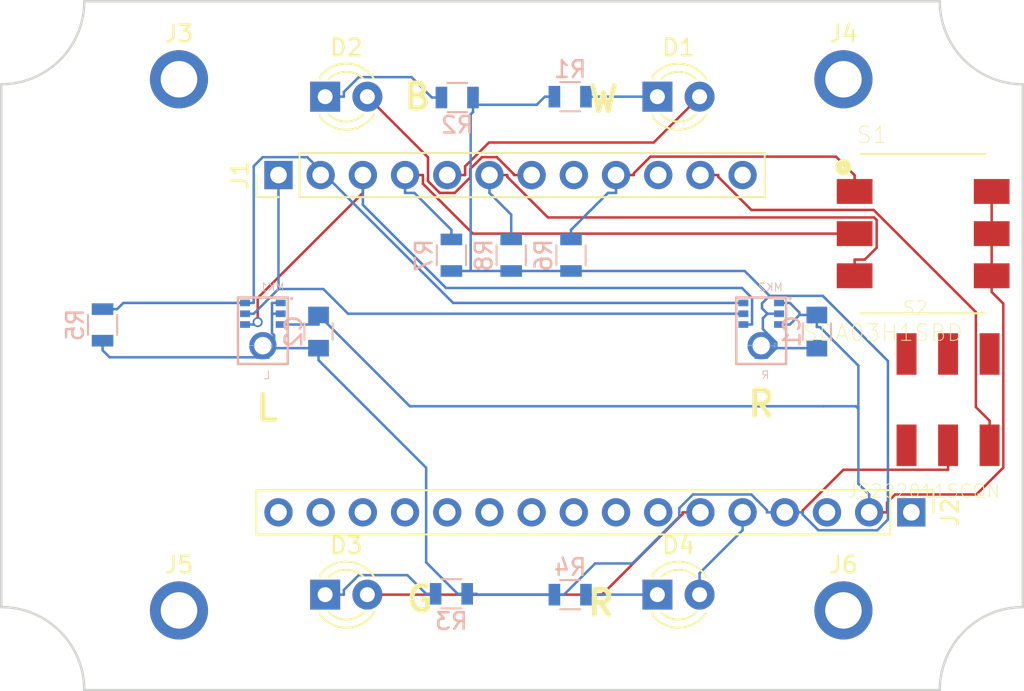
<source format=kicad_pcb>
(kicad_pcb (version 4) (host pcbnew 4.0.7)

  (general
    (links 46)
    (no_connects 0)
    (area 84.702227 48.040833 194.35 123.200001)
    (thickness 1.6)
    (drawings 38)
    (tracks 211)
    (zones 0)
    (modules 24)
    (nets 18)
  )

  (page A4)
  (layers
    (0 F.Cu signal)
    (31 B.Cu signal)
    (32 B.Adhes user)
    (33 F.Adhes user)
    (34 B.Paste user hide)
    (35 F.Paste user)
    (36 B.SilkS user)
    (37 F.SilkS user)
    (38 B.Mask user)
    (39 F.Mask user)
    (40 Dwgs.User user)
    (41 Cmts.User user)
    (42 Eco1.User user)
    (43 Eco2.User user)
    (44 Edge.Cuts user)
    (45 Margin user)
    (46 B.CrtYd user)
    (47 F.CrtYd user)
    (48 B.Fab user)
    (49 F.Fab user hide)
  )

  (setup
    (last_trace_width 0.15)
    (trace_clearance 0.15)
    (zone_clearance 0.508)
    (zone_45_only no)
    (trace_min 0.15)
    (segment_width 0.2)
    (edge_width 0.15)
    (via_size 0.6)
    (via_drill 0.4)
    (via_min_size 0.3)
    (via_min_drill 0.3)
    (uvia_size 0.3)
    (uvia_drill 0.1)
    (uvias_allowed no)
    (uvia_min_size 0.2)
    (uvia_min_drill 0.1)
    (pcb_text_width 0.3)
    (pcb_text_size 1.5 1.5)
    (mod_edge_width 0.15)
    (mod_text_size 1 1)
    (mod_text_width 0.15)
    (pad_size 0.2 0.8)
    (pad_drill 0)
    (pad_to_mask_clearance 0.01)
    (aux_axis_origin 0 0)
    (grid_origin 152.15 86.75)
    (visible_elements FFFFFF7F)
    (pcbplotparams
      (layerselection 0x010f0_80000001)
      (usegerberextensions false)
      (excludeedgelayer true)
      (linewidth 0.100000)
      (plotframeref false)
      (viasonmask false)
      (mode 1)
      (useauxorigin false)
      (hpglpennumber 1)
      (hpglpenspeed 20)
      (hpglpendiameter 15)
      (hpglpenoverlay 2)
      (psnegative false)
      (psa4output false)
      (plotreference true)
      (plotvalue true)
      (plotinvisibletext false)
      (padsonsilk false)
      (subtractmaskfromsilk false)
      (outputformat 1)
      (mirror false)
      (drillshape 0)
      (scaleselection 1)
      (outputdirectory ./gerbar))
  )

  (net 0 "")
  (net 1 /15)
  (net 2 "Net-(D1-Pad1)")
  (net 3 /27)
  (net 4 "Net-(D2-Pad1)")
  (net 5 /A1/25)
  (net 6 "Net-(D3-Pad1)")
  (net 7 /A0/26)
  (net 8 "Net-(D4-Pad1)")
  (net 9 /SDA/23)
  (net 10 /SCL/22)
  (net 11 /14)
  (net 12 +3V3)
  (net 13 GND)
  (net 14 /32)
  (net 15 /33)
  (net 16 /13)
  (net 17 /EN)

  (net_class Default "これは標準のネット クラスです。"
    (clearance 0.15)
    (trace_width 0.15)
    (via_dia 0.6)
    (via_drill 0.4)
    (uvia_dia 0.3)
    (uvia_drill 0.1)
    (add_net +3V3)
    (add_net /13)
    (add_net /14)
    (add_net /15)
    (add_net /27)
    (add_net /32)
    (add_net /33)
    (add_net /A0/26)
    (add_net /A1/25)
    (add_net /EN)
    (add_net /SCL/22)
    (add_net /SDA/23)
    (add_net GND)
    (add_net "Net-(D1-Pad1)")
    (add_net "Net-(D2-Pad1)")
    (add_net "Net-(D3-Pad1)")
    (add_net "Net-(D4-Pad1)")
  )

  (module Pin_Headers:Pin_Header_Straight_1x12_Pitch2.54mm locked (layer F.Cu) (tedit 59650532) (tstamp 5A54D012)
    (at 123.19 77.47 90)
    (descr "Through hole straight pin header, 1x12, 2.54mm pitch, single row")
    (tags "Through hole pin header THT 1x12 2.54mm single row")
    (path /5A54C739)
    (fp_text reference J1 (at 0 -2.33 90) (layer F.SilkS)
      (effects (font (size 1 1) (thickness 0.15)))
    )
    (fp_text value Conn_01x12 (at 0 30.27 90) (layer F.Fab)
      (effects (font (size 1 1) (thickness 0.15)))
    )
    (fp_line (start -0.635 -1.27) (end 1.27 -1.27) (layer F.Fab) (width 0.1))
    (fp_line (start 1.27 -1.27) (end 1.27 29.21) (layer F.Fab) (width 0.1))
    (fp_line (start 1.27 29.21) (end -1.27 29.21) (layer F.Fab) (width 0.1))
    (fp_line (start -1.27 29.21) (end -1.27 -0.635) (layer F.Fab) (width 0.1))
    (fp_line (start -1.27 -0.635) (end -0.635 -1.27) (layer F.Fab) (width 0.1))
    (fp_line (start -1.33 29.27) (end 1.33 29.27) (layer F.SilkS) (width 0.12))
    (fp_line (start -1.33 1.27) (end -1.33 29.27) (layer F.SilkS) (width 0.12))
    (fp_line (start 1.33 1.27) (end 1.33 29.27) (layer F.SilkS) (width 0.12))
    (fp_line (start -1.33 1.27) (end 1.33 1.27) (layer F.SilkS) (width 0.12))
    (fp_line (start -1.33 0) (end -1.33 -1.33) (layer F.SilkS) (width 0.12))
    (fp_line (start -1.33 -1.33) (end 0 -1.33) (layer F.SilkS) (width 0.12))
    (fp_line (start -1.8 -1.8) (end -1.8 29.75) (layer F.CrtYd) (width 0.05))
    (fp_line (start -1.8 29.75) (end 1.8 29.75) (layer F.CrtYd) (width 0.05))
    (fp_line (start 1.8 29.75) (end 1.8 -1.8) (layer F.CrtYd) (width 0.05))
    (fp_line (start 1.8 -1.8) (end -1.8 -1.8) (layer F.CrtYd) (width 0.05))
    (fp_text user %R (at 0 13.97 180) (layer F.Fab)
      (effects (font (size 1 1) (thickness 0.15)))
    )
    (pad 1 thru_hole rect (at 0 0 90) (size 1.7 1.7) (drill 1) (layers *.Cu *.Mask)
      (net 9 /SDA/23))
    (pad 2 thru_hole oval (at 0 2.54 90) (size 1.7 1.7) (drill 1) (layers *.Cu *.Mask)
      (net 10 /SCL/22))
    (pad 3 thru_hole oval (at 0 5.08 90) (size 1.7 1.7) (drill 1) (layers *.Cu *.Mask)
      (net 11 /14))
    (pad 4 thru_hole oval (at 0 7.62 90) (size 1.7 1.7) (drill 1) (layers *.Cu *.Mask)
      (net 14 /32))
    (pad 5 thru_hole oval (at 0 10.16 90) (size 1.7 1.7) (drill 1) (layers *.Cu *.Mask)
      (net 1 /15))
    (pad 6 thru_hole oval (at 0 12.7 90) (size 1.7 1.7) (drill 1) (layers *.Cu *.Mask)
      (net 15 /33))
    (pad 7 thru_hole oval (at 0 15.24 90) (size 1.7 1.7) (drill 1) (layers *.Cu *.Mask)
      (net 3 /27))
    (pad 8 thru_hole oval (at 0 17.78 90) (size 1.7 1.7) (drill 1) (layers *.Cu *.Mask))
    (pad 9 thru_hole oval (at 0 20.32 90) (size 1.7 1.7) (drill 1) (layers *.Cu *.Mask)
      (net 16 /13))
    (pad 10 thru_hole oval (at 0 22.86 90) (size 1.7 1.7) (drill 1) (layers *.Cu *.Mask))
    (pad 11 thru_hole oval (at 0 25.4 90) (size 1.7 1.7) (drill 1) (layers *.Cu *.Mask)
      (net 17 /EN))
    (pad 12 thru_hole oval (at 0 27.94 90) (size 1.7 1.7) (drill 1) (layers *.Cu *.Mask))
    (model ${KISYS3DMOD}/Pin_Headers.3dshapes/Pin_Header_Straight_1x12_Pitch2.54mm.wrl
      (at (xyz 0 0 0))
      (scale (xyz 1 1 1))
      (rotate (xyz 0 0 0))
    )
  )

  (module Pin_Headers:Pin_Header_Straight_1x16_Pitch2.54mm locked (layer F.Cu) (tedit 59650532) (tstamp 5A54D026)
    (at 161.29 97.79 270)
    (descr "Through hole straight pin header, 1x16, 2.54mm pitch, single row")
    (tags "Through hole pin header THT 1x16 2.54mm single row")
    (path /5A54C84C)
    (fp_text reference J2 (at 0 -2.33 270) (layer F.SilkS)
      (effects (font (size 1 1) (thickness 0.15)))
    )
    (fp_text value Conn_01x16 (at 0 40.43 270) (layer F.Fab)
      (effects (font (size 1 1) (thickness 0.15)))
    )
    (fp_line (start -0.635 -1.27) (end 1.27 -1.27) (layer F.Fab) (width 0.1))
    (fp_line (start 1.27 -1.27) (end 1.27 39.37) (layer F.Fab) (width 0.1))
    (fp_line (start 1.27 39.37) (end -1.27 39.37) (layer F.Fab) (width 0.1))
    (fp_line (start -1.27 39.37) (end -1.27 -0.635) (layer F.Fab) (width 0.1))
    (fp_line (start -1.27 -0.635) (end -0.635 -1.27) (layer F.Fab) (width 0.1))
    (fp_line (start -1.33 39.43) (end 1.33 39.43) (layer F.SilkS) (width 0.12))
    (fp_line (start -1.33 1.27) (end -1.33 39.43) (layer F.SilkS) (width 0.12))
    (fp_line (start 1.33 1.27) (end 1.33 39.43) (layer F.SilkS) (width 0.12))
    (fp_line (start -1.33 1.27) (end 1.33 1.27) (layer F.SilkS) (width 0.12))
    (fp_line (start -1.33 0) (end -1.33 -1.33) (layer F.SilkS) (width 0.12))
    (fp_line (start -1.33 -1.33) (end 0 -1.33) (layer F.SilkS) (width 0.12))
    (fp_line (start -1.8 -1.8) (end -1.8 39.9) (layer F.CrtYd) (width 0.05))
    (fp_line (start -1.8 39.9) (end 1.8 39.9) (layer F.CrtYd) (width 0.05))
    (fp_line (start 1.8 39.9) (end 1.8 -1.8) (layer F.CrtYd) (width 0.05))
    (fp_line (start 1.8 -1.8) (end -1.8 -1.8) (layer F.CrtYd) (width 0.05))
    (fp_text user %R (at 0 19.05 360) (layer F.Fab)
      (effects (font (size 1 1) (thickness 0.15)))
    )
    (pad 1 thru_hole rect (at 0 0 270) (size 1.7 1.7) (drill 1) (layers *.Cu *.Mask))
    (pad 2 thru_hole oval (at 0 2.54 270) (size 1.7 1.7) (drill 1) (layers *.Cu *.Mask)
      (net 12 +3V3))
    (pad 3 thru_hole oval (at 0 5.08 270) (size 1.7 1.7) (drill 1) (layers *.Cu *.Mask))
    (pad 4 thru_hole oval (at 0 7.62 270) (size 1.7 1.7) (drill 1) (layers *.Cu *.Mask)
      (net 13 GND))
    (pad 5 thru_hole oval (at 0 10.16 270) (size 1.7 1.7) (drill 1) (layers *.Cu *.Mask)
      (net 7 /A0/26))
    (pad 6 thru_hole oval (at 0 12.7 270) (size 1.7 1.7) (drill 1) (layers *.Cu *.Mask)
      (net 5 /A1/25))
    (pad 7 thru_hole oval (at 0 15.24 270) (size 1.7 1.7) (drill 1) (layers *.Cu *.Mask))
    (pad 8 thru_hole oval (at 0 17.78 270) (size 1.7 1.7) (drill 1) (layers *.Cu *.Mask))
    (pad 9 thru_hole oval (at 0 20.32 270) (size 1.7 1.7) (drill 1) (layers *.Cu *.Mask))
    (pad 10 thru_hole oval (at 0 22.86 270) (size 1.7 1.7) (drill 1) (layers *.Cu *.Mask))
    (pad 11 thru_hole oval (at 0 25.4 270) (size 1.7 1.7) (drill 1) (layers *.Cu *.Mask))
    (pad 12 thru_hole oval (at 0 27.94 270) (size 1.7 1.7) (drill 1) (layers *.Cu *.Mask))
    (pad 13 thru_hole oval (at 0 30.48 270) (size 1.7 1.7) (drill 1) (layers *.Cu *.Mask))
    (pad 14 thru_hole oval (at 0 33.02 270) (size 1.7 1.7) (drill 1) (layers *.Cu *.Mask))
    (pad 15 thru_hole oval (at 0 35.56 270) (size 1.7 1.7) (drill 1) (layers *.Cu *.Mask))
    (pad 16 thru_hole oval (at 0 38.1 270) (size 1.7 1.7) (drill 1) (layers *.Cu *.Mask))
    (model ${KISYS3DMOD}/Pin_Headers.3dshapes/Pin_Header_Straight_1x16_Pitch2.54mm.wrl
      (at (xyz 0 0 0))
      (scale (xyz 1 1 1))
      (rotate (xyz 0 0 0))
    )
  )

  (module Resistors_SMD:R_0805 (layer B.Cu) (tedit 58E0A804) (tstamp 5A556923)
    (at 140.75 72.75 180)
    (descr "Resistor SMD 0805, reflow soldering, Vishay (see dcrcw.pdf)")
    (tags "resistor 0805")
    (path /5A54C1DF)
    (attr smd)
    (fp_text reference R1 (at 0 1.65 180) (layer B.SilkS)
      (effects (font (size 1 1) (thickness 0.15)) (justify mirror))
    )
    (fp_text value 100 (at 0 -1.75 180) (layer B.Fab)
      (effects (font (size 1 1) (thickness 0.15)) (justify mirror))
    )
    (fp_text user %R (at 0 0 180) (layer B.Fab)
      (effects (font (size 0.5 0.5) (thickness 0.075)) (justify mirror))
    )
    (fp_line (start -1 -0.62) (end -1 0.62) (layer B.Fab) (width 0.1))
    (fp_line (start 1 -0.62) (end -1 -0.62) (layer B.Fab) (width 0.1))
    (fp_line (start 1 0.62) (end 1 -0.62) (layer B.Fab) (width 0.1))
    (fp_line (start -1 0.62) (end 1 0.62) (layer B.Fab) (width 0.1))
    (fp_line (start 0.6 -0.88) (end -0.6 -0.88) (layer B.SilkS) (width 0.12))
    (fp_line (start -0.6 0.88) (end 0.6 0.88) (layer B.SilkS) (width 0.12))
    (fp_line (start -1.55 0.9) (end 1.55 0.9) (layer B.CrtYd) (width 0.05))
    (fp_line (start -1.55 0.9) (end -1.55 -0.9) (layer B.CrtYd) (width 0.05))
    (fp_line (start 1.55 -0.9) (end 1.55 0.9) (layer B.CrtYd) (width 0.05))
    (fp_line (start 1.55 -0.9) (end -1.55 -0.9) (layer B.CrtYd) (width 0.05))
    (pad 1 smd rect (at -0.95 0 180) (size 0.7 1.3) (layers B.Cu B.Paste B.Mask)
      (net 2 "Net-(D1-Pad1)"))
    (pad 2 smd rect (at 0.95 0 180) (size 0.7 1.3) (layers B.Cu B.Paste B.Mask)
      (net 13 GND))
    (model ${KISYS3DMOD}/Resistors_SMD.3dshapes/R_0805.wrl
      (at (xyz 0 0 0))
      (scale (xyz 1 1 1))
      (rotate (xyz 0 0 0))
    )
  )

  (module Resistors_SMD:R_0805 (layer B.Cu) (tedit 5A585F59) (tstamp 5A556928)
    (at 133.95 72.8)
    (descr "Resistor SMD 0805, reflow soldering, Vishay (see dcrcw.pdf)")
    (tags "resistor 0805")
    (path /5A54C244)
    (attr smd)
    (fp_text reference R2 (at 0 1.65) (layer B.SilkS)
      (effects (font (size 1 1) (thickness 0.15)) (justify mirror))
    )
    (fp_text value 75 (at 0 -1.75) (layer B.Fab)
      (effects (font (size 1 1) (thickness 0.15)) (justify mirror))
    )
    (fp_text user %R (at 3.7 3.6) (layer B.Fab)
      (effects (font (size 0.5 0.5) (thickness 0.075)) (justify mirror))
    )
    (fp_line (start -1 -0.62) (end -1 0.62) (layer B.Fab) (width 0.1))
    (fp_line (start 1 -0.62) (end -1 -0.62) (layer B.Fab) (width 0.1))
    (fp_line (start 1 0.62) (end 1 -0.62) (layer B.Fab) (width 0.1))
    (fp_line (start -1 0.62) (end 1 0.62) (layer B.Fab) (width 0.1))
    (fp_line (start 0.6 -0.88) (end -0.6 -0.88) (layer B.SilkS) (width 0.12))
    (fp_line (start -0.6 0.88) (end 0.6 0.88) (layer B.SilkS) (width 0.12))
    (fp_line (start -1.55 0.9) (end 1.55 0.9) (layer B.CrtYd) (width 0.05))
    (fp_line (start -1.55 0.9) (end -1.55 -0.9) (layer B.CrtYd) (width 0.05))
    (fp_line (start 1.55 -0.9) (end 1.55 0.9) (layer B.CrtYd) (width 0.05))
    (fp_line (start 1.55 -0.9) (end -1.55 -0.9) (layer B.CrtYd) (width 0.05))
    (pad 1 smd rect (at -0.95 0) (size 0.7 1.3) (layers B.Cu B.Paste B.Mask)
      (net 4 "Net-(D2-Pad1)"))
    (pad 2 smd rect (at 0.95 0) (size 0.7 1.3) (layers B.Cu B.Paste B.Mask)
      (net 13 GND))
    (model ${KISYS3DMOD}/Resistors_SMD.3dshapes/R_0805.wrl
      (at (xyz 0 0 0))
      (scale (xyz 1 1 1))
      (rotate (xyz 0 0 0))
    )
  )

  (module Resistors_SMD:R_0805 (layer B.Cu) (tedit 58E0A804) (tstamp 5A55692D)
    (at 133.6 102.7)
    (descr "Resistor SMD 0805, reflow soldering, Vishay (see dcrcw.pdf)")
    (tags "resistor 0805")
    (path /5A54C270)
    (attr smd)
    (fp_text reference R3 (at 0 1.65) (layer B.SilkS)
      (effects (font (size 1 1) (thickness 0.15)) (justify mirror))
    )
    (fp_text value 100 (at 0 -1.75) (layer B.Fab)
      (effects (font (size 1 1) (thickness 0.15)) (justify mirror))
    )
    (fp_text user %R (at 0 0) (layer B.Fab)
      (effects (font (size 0.5 0.5) (thickness 0.075)) (justify mirror))
    )
    (fp_line (start -1 -0.62) (end -1 0.62) (layer B.Fab) (width 0.1))
    (fp_line (start 1 -0.62) (end -1 -0.62) (layer B.Fab) (width 0.1))
    (fp_line (start 1 0.62) (end 1 -0.62) (layer B.Fab) (width 0.1))
    (fp_line (start -1 0.62) (end 1 0.62) (layer B.Fab) (width 0.1))
    (fp_line (start 0.6 -0.88) (end -0.6 -0.88) (layer B.SilkS) (width 0.12))
    (fp_line (start -0.6 0.88) (end 0.6 0.88) (layer B.SilkS) (width 0.12))
    (fp_line (start -1.55 0.9) (end 1.55 0.9) (layer B.CrtYd) (width 0.05))
    (fp_line (start -1.55 0.9) (end -1.55 -0.9) (layer B.CrtYd) (width 0.05))
    (fp_line (start 1.55 -0.9) (end 1.55 0.9) (layer B.CrtYd) (width 0.05))
    (fp_line (start 1.55 -0.9) (end -1.55 -0.9) (layer B.CrtYd) (width 0.05))
    (pad 1 smd rect (at -0.95 0) (size 0.7 1.3) (layers B.Cu B.Paste B.Mask)
      (net 6 "Net-(D3-Pad1)"))
    (pad 2 smd rect (at 0.95 0) (size 0.7 1.3) (layers B.Cu B.Paste B.Mask)
      (net 13 GND))
    (model ${KISYS3DMOD}/Resistors_SMD.3dshapes/R_0805.wrl
      (at (xyz 0 0 0))
      (scale (xyz 1 1 1))
      (rotate (xyz 0 0 0))
    )
  )

  (module Resistors_SMD:R_0805 (layer B.Cu) (tedit 58E0A804) (tstamp 5A556932)
    (at 140.75 102.75 180)
    (descr "Resistor SMD 0805, reflow soldering, Vishay (see dcrcw.pdf)")
    (tags "resistor 0805")
    (path /5A54C29E)
    (attr smd)
    (fp_text reference R4 (at 0 1.65 180) (layer B.SilkS)
      (effects (font (size 1 1) (thickness 0.15)) (justify mirror))
    )
    (fp_text value 180 (at 0 -1.75 180) (layer B.Fab)
      (effects (font (size 1 1) (thickness 0.15)) (justify mirror))
    )
    (fp_text user %R (at 0 0 180) (layer B.Fab)
      (effects (font (size 0.5 0.5) (thickness 0.075)) (justify mirror))
    )
    (fp_line (start -1 -0.62) (end -1 0.62) (layer B.Fab) (width 0.1))
    (fp_line (start 1 -0.62) (end -1 -0.62) (layer B.Fab) (width 0.1))
    (fp_line (start 1 0.62) (end 1 -0.62) (layer B.Fab) (width 0.1))
    (fp_line (start -1 0.62) (end 1 0.62) (layer B.Fab) (width 0.1))
    (fp_line (start 0.6 -0.88) (end -0.6 -0.88) (layer B.SilkS) (width 0.12))
    (fp_line (start -0.6 0.88) (end 0.6 0.88) (layer B.SilkS) (width 0.12))
    (fp_line (start -1.55 0.9) (end 1.55 0.9) (layer B.CrtYd) (width 0.05))
    (fp_line (start -1.55 0.9) (end -1.55 -0.9) (layer B.CrtYd) (width 0.05))
    (fp_line (start 1.55 -0.9) (end 1.55 0.9) (layer B.CrtYd) (width 0.05))
    (fp_line (start 1.55 -0.9) (end -1.55 -0.9) (layer B.CrtYd) (width 0.05))
    (pad 1 smd rect (at -0.95 0 180) (size 0.7 1.3) (layers B.Cu B.Paste B.Mask)
      (net 8 "Net-(D4-Pad1)"))
    (pad 2 smd rect (at 0.95 0 180) (size 0.7 1.3) (layers B.Cu B.Paste B.Mask)
      (net 13 GND))
    (model ${KISYS3DMOD}/Resistors_SMD.3dshapes/R_0805.wrl
      (at (xyz 0 0 0))
      (scale (xyz 1 1 1))
      (rotate (xyz 0 0 0))
    )
  )

  (module Capacitors_SMD:C_0805 (layer B.Cu) (tedit 58AA8463) (tstamp 5A556979)
    (at 155.6 86.9 270)
    (descr "Capacitor SMD 0805, reflow soldering, AVX (see smccp.pdf)")
    (tags "capacitor 0805")
    (path /5A5566FF)
    (attr smd)
    (fp_text reference C1 (at 0 1.5 270) (layer B.SilkS)
      (effects (font (size 1 1) (thickness 0.15)) (justify mirror))
    )
    (fp_text value 0.1u (at 0 -1.75 270) (layer B.Fab)
      (effects (font (size 1 1) (thickness 0.15)) (justify mirror))
    )
    (fp_text user %R (at 0 1.5 270) (layer B.Fab)
      (effects (font (size 1 1) (thickness 0.15)) (justify mirror))
    )
    (fp_line (start -1 -0.62) (end -1 0.62) (layer B.Fab) (width 0.1))
    (fp_line (start 1 -0.62) (end -1 -0.62) (layer B.Fab) (width 0.1))
    (fp_line (start 1 0.62) (end 1 -0.62) (layer B.Fab) (width 0.1))
    (fp_line (start -1 0.62) (end 1 0.62) (layer B.Fab) (width 0.1))
    (fp_line (start 0.5 0.85) (end -0.5 0.85) (layer B.SilkS) (width 0.12))
    (fp_line (start -0.5 -0.85) (end 0.5 -0.85) (layer B.SilkS) (width 0.12))
    (fp_line (start -1.75 0.88) (end 1.75 0.88) (layer B.CrtYd) (width 0.05))
    (fp_line (start -1.75 0.88) (end -1.75 -0.87) (layer B.CrtYd) (width 0.05))
    (fp_line (start 1.75 -0.87) (end 1.75 0.88) (layer B.CrtYd) (width 0.05))
    (fp_line (start 1.75 -0.87) (end -1.75 -0.87) (layer B.CrtYd) (width 0.05))
    (pad 1 smd rect (at -1 0 270) (size 1 1.25) (layers B.Cu B.Paste B.Mask)
      (net 12 +3V3))
    (pad 2 smd rect (at 1 0 270) (size 1 1.25) (layers B.Cu B.Paste B.Mask)
      (net 13 GND))
    (model Capacitors_SMD.3dshapes/C_0805.wrl
      (at (xyz 0 0 0))
      (scale (xyz 1 1 1))
      (rotate (xyz 0 0 0))
    )
  )

  (module Capacitors_SMD:C_0805 (layer B.Cu) (tedit 58AA8463) (tstamp 5A55697F)
    (at 125.6 86.9 270)
    (descr "Capacitor SMD 0805, reflow soldering, AVX (see smccp.pdf)")
    (tags "capacitor 0805")
    (path /5A556ACE)
    (attr smd)
    (fp_text reference C2 (at 0 1.5 270) (layer B.SilkS)
      (effects (font (size 1 1) (thickness 0.15)) (justify mirror))
    )
    (fp_text value 0.1u (at 0 -1.75 270) (layer B.Fab)
      (effects (font (size 1 1) (thickness 0.15)) (justify mirror))
    )
    (fp_text user %R (at 0 1.5 270) (layer B.Fab)
      (effects (font (size 1 1) (thickness 0.15)) (justify mirror))
    )
    (fp_line (start -1 -0.62) (end -1 0.62) (layer B.Fab) (width 0.1))
    (fp_line (start 1 -0.62) (end -1 -0.62) (layer B.Fab) (width 0.1))
    (fp_line (start 1 0.62) (end 1 -0.62) (layer B.Fab) (width 0.1))
    (fp_line (start -1 0.62) (end 1 0.62) (layer B.Fab) (width 0.1))
    (fp_line (start 0.5 0.85) (end -0.5 0.85) (layer B.SilkS) (width 0.12))
    (fp_line (start -0.5 -0.85) (end 0.5 -0.85) (layer B.SilkS) (width 0.12))
    (fp_line (start -1.75 0.88) (end 1.75 0.88) (layer B.CrtYd) (width 0.05))
    (fp_line (start -1.75 0.88) (end -1.75 -0.87) (layer B.CrtYd) (width 0.05))
    (fp_line (start 1.75 -0.87) (end 1.75 0.88) (layer B.CrtYd) (width 0.05))
    (fp_line (start 1.75 -0.87) (end -1.75 -0.87) (layer B.CrtYd) (width 0.05))
    (pad 1 smd rect (at -1 0 270) (size 1 1.25) (layers B.Cu B.Paste B.Mask)
      (net 12 +3V3))
    (pad 2 smd rect (at 1 0 270) (size 1 1.25) (layers B.Cu B.Paste B.Mask)
      (net 13 GND))
    (model Capacitors_SMD.3dshapes/C_0805.wrl
      (at (xyz 0 0 0))
      (scale (xyz 1 1 1))
      (rotate (xyz 0 0 0))
    )
  )

  (module Resistors_SMD:R_0805 (layer B.Cu) (tedit 58E0A804) (tstamp 5A55A54E)
    (at 112.6 86.5 270)
    (descr "Resistor SMD 0805, reflow soldering, Vishay (see dcrcw.pdf)")
    (tags "resistor 0805")
    (path /5A55ADDD)
    (attr smd)
    (fp_text reference R5 (at 0 1.65 270) (layer B.SilkS)
      (effects (font (size 1 1) (thickness 0.15)) (justify mirror))
    )
    (fp_text value 100k (at 0 -1.75 270) (layer B.Fab)
      (effects (font (size 1 1) (thickness 0.15)) (justify mirror))
    )
    (fp_text user %R (at 0 0 270) (layer B.Fab)
      (effects (font (size 0.5 0.5) (thickness 0.075)) (justify mirror))
    )
    (fp_line (start -1 -0.62) (end -1 0.62) (layer B.Fab) (width 0.1))
    (fp_line (start 1 -0.62) (end -1 -0.62) (layer B.Fab) (width 0.1))
    (fp_line (start 1 0.62) (end 1 -0.62) (layer B.Fab) (width 0.1))
    (fp_line (start -1 0.62) (end 1 0.62) (layer B.Fab) (width 0.1))
    (fp_line (start 0.6 -0.88) (end -0.6 -0.88) (layer B.SilkS) (width 0.12))
    (fp_line (start -0.6 0.88) (end 0.6 0.88) (layer B.SilkS) (width 0.12))
    (fp_line (start -1.55 0.9) (end 1.55 0.9) (layer B.CrtYd) (width 0.05))
    (fp_line (start -1.55 0.9) (end -1.55 -0.9) (layer B.CrtYd) (width 0.05))
    (fp_line (start 1.55 -0.9) (end 1.55 0.9) (layer B.CrtYd) (width 0.05))
    (fp_line (start 1.55 -0.9) (end -1.55 -0.9) (layer B.CrtYd) (width 0.05))
    (pad 1 smd rect (at -0.95 0 270) (size 0.7 1.3) (layers B.Cu B.Paste B.Mask)
      (net 10 /SCL/22))
    (pad 2 smd rect (at 0.95 0 270) (size 0.7 1.3) (layers B.Cu B.Paste B.Mask)
      (net 13 GND))
    (model ${KISYS3DMOD}/Resistors_SMD.3dshapes/R_0805.wrl
      (at (xyz 0 0 0))
      (scale (xyz 1 1 1))
      (rotate (xyz 0 0 0))
    )
  )

  (module LEDs:LED_D3.0mm (layer F.Cu) (tedit 587A3A7B) (tstamp 5A57204E)
    (at 146 72.75)
    (descr "LED, diameter 3.0mm, 2 pins")
    (tags "LED diameter 3.0mm 2 pins")
    (path /5A54C105)
    (fp_text reference D1 (at 1.27 -2.96) (layer F.SilkS)
      (effects (font (size 1 1) (thickness 0.15)))
    )
    (fp_text value W (at 1.27 2.96) (layer F.Fab)
      (effects (font (size 1 1) (thickness 0.15)))
    )
    (fp_arc (start 1.27 0) (end -0.23 -1.16619) (angle 284.3) (layer F.Fab) (width 0.1))
    (fp_arc (start 1.27 0) (end -0.29 -1.235516) (angle 108.8) (layer F.SilkS) (width 0.12))
    (fp_arc (start 1.27 0) (end -0.29 1.235516) (angle -108.8) (layer F.SilkS) (width 0.12))
    (fp_arc (start 1.27 0) (end 0.229039 -1.08) (angle 87.9) (layer F.SilkS) (width 0.12))
    (fp_arc (start 1.27 0) (end 0.229039 1.08) (angle -87.9) (layer F.SilkS) (width 0.12))
    (fp_circle (center 1.27 0) (end 2.77 0) (layer F.Fab) (width 0.1))
    (fp_line (start -0.23 -1.16619) (end -0.23 1.16619) (layer F.Fab) (width 0.1))
    (fp_line (start -0.29 -1.236) (end -0.29 -1.08) (layer F.SilkS) (width 0.12))
    (fp_line (start -0.29 1.08) (end -0.29 1.236) (layer F.SilkS) (width 0.12))
    (fp_line (start -1.15 -2.25) (end -1.15 2.25) (layer F.CrtYd) (width 0.05))
    (fp_line (start -1.15 2.25) (end 3.7 2.25) (layer F.CrtYd) (width 0.05))
    (fp_line (start 3.7 2.25) (end 3.7 -2.25) (layer F.CrtYd) (width 0.05))
    (fp_line (start 3.7 -2.25) (end -1.15 -2.25) (layer F.CrtYd) (width 0.05))
    (pad 1 thru_hole rect (at 0 0) (size 1.8 1.8) (drill 0.9) (layers *.Cu *.Mask)
      (net 2 "Net-(D1-Pad1)"))
    (pad 2 thru_hole circle (at 2.54 0) (size 1.8 1.8) (drill 0.9) (layers *.Cu *.Mask)
      (net 1 /15))
    (model ${KISYS3DMOD}/LEDs.3dshapes/LED_D3.0mm.wrl
      (at (xyz 0 0 0))
      (scale (xyz 0.393701 0.393701 0.393701))
      (rotate (xyz 0 0 0))
    )
  )

  (module LEDs:LED_D3.0mm (layer F.Cu) (tedit 587A3A7B) (tstamp 5A572053)
    (at 126 72.75)
    (descr "LED, diameter 3.0mm, 2 pins")
    (tags "LED diameter 3.0mm 2 pins")
    (path /5A54C17A)
    (fp_text reference D2 (at 1.27 -2.96) (layer F.SilkS)
      (effects (font (size 1 1) (thickness 0.15)))
    )
    (fp_text value B (at 1.27 2.96) (layer F.Fab)
      (effects (font (size 1 1) (thickness 0.15)))
    )
    (fp_arc (start 1.27 0) (end -0.23 -1.16619) (angle 284.3) (layer F.Fab) (width 0.1))
    (fp_arc (start 1.27 0) (end -0.29 -1.235516) (angle 108.8) (layer F.SilkS) (width 0.12))
    (fp_arc (start 1.27 0) (end -0.29 1.235516) (angle -108.8) (layer F.SilkS) (width 0.12))
    (fp_arc (start 1.27 0) (end 0.229039 -1.08) (angle 87.9) (layer F.SilkS) (width 0.12))
    (fp_arc (start 1.27 0) (end 0.229039 1.08) (angle -87.9) (layer F.SilkS) (width 0.12))
    (fp_circle (center 1.27 0) (end 2.77 0) (layer F.Fab) (width 0.1))
    (fp_line (start -0.23 -1.16619) (end -0.23 1.16619) (layer F.Fab) (width 0.1))
    (fp_line (start -0.29 -1.236) (end -0.29 -1.08) (layer F.SilkS) (width 0.12))
    (fp_line (start -0.29 1.08) (end -0.29 1.236) (layer F.SilkS) (width 0.12))
    (fp_line (start -1.15 -2.25) (end -1.15 2.25) (layer F.CrtYd) (width 0.05))
    (fp_line (start -1.15 2.25) (end 3.7 2.25) (layer F.CrtYd) (width 0.05))
    (fp_line (start 3.7 2.25) (end 3.7 -2.25) (layer F.CrtYd) (width 0.05))
    (fp_line (start 3.7 -2.25) (end -1.15 -2.25) (layer F.CrtYd) (width 0.05))
    (pad 1 thru_hole rect (at 0 0) (size 1.8 1.8) (drill 0.9) (layers *.Cu *.Mask)
      (net 4 "Net-(D2-Pad1)"))
    (pad 2 thru_hole circle (at 2.54 0) (size 1.8 1.8) (drill 0.9) (layers *.Cu *.Mask)
      (net 3 /27))
    (model ${KISYS3DMOD}/LEDs.3dshapes/LED_D3.0mm.wrl
      (at (xyz 0 0 0))
      (scale (xyz 0.393701 0.393701 0.393701))
      (rotate (xyz 0 0 0))
    )
  )

  (module LEDs:LED_D3.0mm (layer F.Cu) (tedit 587A3A7B) (tstamp 5A572058)
    (at 126 102.75)
    (descr "LED, diameter 3.0mm, 2 pins")
    (tags "LED diameter 3.0mm 2 pins")
    (path /5A54C19C)
    (fp_text reference D3 (at 1.27 -2.96) (layer F.SilkS)
      (effects (font (size 1 1) (thickness 0.15)))
    )
    (fp_text value G (at 1.27 2.96) (layer F.Fab)
      (effects (font (size 1 1) (thickness 0.15)))
    )
    (fp_arc (start 1.27 0) (end -0.23 -1.16619) (angle 284.3) (layer F.Fab) (width 0.1))
    (fp_arc (start 1.27 0) (end -0.29 -1.235516) (angle 108.8) (layer F.SilkS) (width 0.12))
    (fp_arc (start 1.27 0) (end -0.29 1.235516) (angle -108.8) (layer F.SilkS) (width 0.12))
    (fp_arc (start 1.27 0) (end 0.229039 -1.08) (angle 87.9) (layer F.SilkS) (width 0.12))
    (fp_arc (start 1.27 0) (end 0.229039 1.08) (angle -87.9) (layer F.SilkS) (width 0.12))
    (fp_circle (center 1.27 0) (end 2.77 0) (layer F.Fab) (width 0.1))
    (fp_line (start -0.23 -1.16619) (end -0.23 1.16619) (layer F.Fab) (width 0.1))
    (fp_line (start -0.29 -1.236) (end -0.29 -1.08) (layer F.SilkS) (width 0.12))
    (fp_line (start -0.29 1.08) (end -0.29 1.236) (layer F.SilkS) (width 0.12))
    (fp_line (start -1.15 -2.25) (end -1.15 2.25) (layer F.CrtYd) (width 0.05))
    (fp_line (start -1.15 2.25) (end 3.7 2.25) (layer F.CrtYd) (width 0.05))
    (fp_line (start 3.7 2.25) (end 3.7 -2.25) (layer F.CrtYd) (width 0.05))
    (fp_line (start 3.7 -2.25) (end -1.15 -2.25) (layer F.CrtYd) (width 0.05))
    (pad 1 thru_hole rect (at 0 0) (size 1.8 1.8) (drill 0.9) (layers *.Cu *.Mask)
      (net 6 "Net-(D3-Pad1)"))
    (pad 2 thru_hole circle (at 2.54 0) (size 1.8 1.8) (drill 0.9) (layers *.Cu *.Mask)
      (net 5 /A1/25))
    (model ${KISYS3DMOD}/LEDs.3dshapes/LED_D3.0mm.wrl
      (at (xyz 0 0 0))
      (scale (xyz 0.393701 0.393701 0.393701))
      (rotate (xyz 0 0 0))
    )
  )

  (module LEDs:LED_D3.0mm (layer F.Cu) (tedit 587A3A7B) (tstamp 5A57205D)
    (at 146 102.75)
    (descr "LED, diameter 3.0mm, 2 pins")
    (tags "LED diameter 3.0mm 2 pins")
    (path /5A54C1BE)
    (fp_text reference D4 (at 1.27 -2.96) (layer F.SilkS)
      (effects (font (size 1 1) (thickness 0.15)))
    )
    (fp_text value R (at 1.27 2.96) (layer F.Fab)
      (effects (font (size 1 1) (thickness 0.15)))
    )
    (fp_arc (start 1.27 0) (end -0.23 -1.16619) (angle 284.3) (layer F.Fab) (width 0.1))
    (fp_arc (start 1.27 0) (end -0.29 -1.235516) (angle 108.8) (layer F.SilkS) (width 0.12))
    (fp_arc (start 1.27 0) (end -0.29 1.235516) (angle -108.8) (layer F.SilkS) (width 0.12))
    (fp_arc (start 1.27 0) (end 0.229039 -1.08) (angle 87.9) (layer F.SilkS) (width 0.12))
    (fp_arc (start 1.27 0) (end 0.229039 1.08) (angle -87.9) (layer F.SilkS) (width 0.12))
    (fp_circle (center 1.27 0) (end 2.77 0) (layer F.Fab) (width 0.1))
    (fp_line (start -0.23 -1.16619) (end -0.23 1.16619) (layer F.Fab) (width 0.1))
    (fp_line (start -0.29 -1.236) (end -0.29 -1.08) (layer F.SilkS) (width 0.12))
    (fp_line (start -0.29 1.08) (end -0.29 1.236) (layer F.SilkS) (width 0.12))
    (fp_line (start -1.15 -2.25) (end -1.15 2.25) (layer F.CrtYd) (width 0.05))
    (fp_line (start -1.15 2.25) (end 3.7 2.25) (layer F.CrtYd) (width 0.05))
    (fp_line (start 3.7 2.25) (end 3.7 -2.25) (layer F.CrtYd) (width 0.05))
    (fp_line (start 3.7 -2.25) (end -1.15 -2.25) (layer F.CrtYd) (width 0.05))
    (pad 1 thru_hole rect (at 0 0) (size 1.8 1.8) (drill 0.9) (layers *.Cu *.Mask)
      (net 8 "Net-(D4-Pad1)"))
    (pad 2 thru_hole circle (at 2.54 0) (size 1.8 1.8) (drill 0.9) (layers *.Cu *.Mask)
      (net 7 /A0/26))
    (model ${KISYS3DMOD}/LEDs.3dshapes/LED_D3.0mm.wrl
      (at (xyz 0 0 0))
      (scale (xyz 0.393701 0.393701 0.393701))
      (rotate (xyz 0 0 0))
    )
  )

  (module Resistors_SMD:R_0805 (layer B.Cu) (tedit 58E0A804) (tstamp 5A572067)
    (at 140.8 82.3 270)
    (descr "Resistor SMD 0805, reflow soldering, Vishay (see dcrcw.pdf)")
    (tags "resistor 0805")
    (path /5A571C8A)
    (attr smd)
    (fp_text reference R6 (at 0 1.65 270) (layer B.SilkS)
      (effects (font (size 1 1) (thickness 0.15)) (justify mirror))
    )
    (fp_text value 100k (at 0 -1.75 270) (layer B.Fab)
      (effects (font (size 1 1) (thickness 0.15)) (justify mirror))
    )
    (fp_text user %R (at 0 0 270) (layer B.Fab)
      (effects (font (size 0.5 0.5) (thickness 0.075)) (justify mirror))
    )
    (fp_line (start -1 -0.62) (end -1 0.62) (layer B.Fab) (width 0.1))
    (fp_line (start 1 -0.62) (end -1 -0.62) (layer B.Fab) (width 0.1))
    (fp_line (start 1 0.62) (end 1 -0.62) (layer B.Fab) (width 0.1))
    (fp_line (start -1 0.62) (end 1 0.62) (layer B.Fab) (width 0.1))
    (fp_line (start 0.6 -0.88) (end -0.6 -0.88) (layer B.SilkS) (width 0.12))
    (fp_line (start -0.6 0.88) (end 0.6 0.88) (layer B.SilkS) (width 0.12))
    (fp_line (start -1.55 0.9) (end 1.55 0.9) (layer B.CrtYd) (width 0.05))
    (fp_line (start -1.55 0.9) (end -1.55 -0.9) (layer B.CrtYd) (width 0.05))
    (fp_line (start 1.55 -0.9) (end 1.55 0.9) (layer B.CrtYd) (width 0.05))
    (fp_line (start 1.55 -0.9) (end -1.55 -0.9) (layer B.CrtYd) (width 0.05))
    (pad 1 smd rect (at -0.95 0 270) (size 0.7 1.3) (layers B.Cu B.Paste B.Mask)
      (net 16 /13))
    (pad 2 smd rect (at 0.95 0 270) (size 0.7 1.3) (layers B.Cu B.Paste B.Mask)
      (net 13 GND))
    (model ${KISYS3DMOD}/Resistors_SMD.3dshapes/R_0805.wrl
      (at (xyz 0 0 0))
      (scale (xyz 1 1 1))
      (rotate (xyz 0 0 0))
    )
  )

  (module Resistors_SMD:R_0805 (layer B.Cu) (tedit 58E0A804) (tstamp 5A57206D)
    (at 133.6 82.3 270)
    (descr "Resistor SMD 0805, reflow soldering, Vishay (see dcrcw.pdf)")
    (tags "resistor 0805")
    (path /5A571DE1)
    (attr smd)
    (fp_text reference R7 (at 0 1.65 270) (layer B.SilkS)
      (effects (font (size 1 1) (thickness 0.15)) (justify mirror))
    )
    (fp_text value 100k (at 0 -1.75 270) (layer B.Fab)
      (effects (font (size 1 1) (thickness 0.15)) (justify mirror))
    )
    (fp_text user %R (at 0 0 270) (layer B.Fab)
      (effects (font (size 0.5 0.5) (thickness 0.075)) (justify mirror))
    )
    (fp_line (start -1 -0.62) (end -1 0.62) (layer B.Fab) (width 0.1))
    (fp_line (start 1 -0.62) (end -1 -0.62) (layer B.Fab) (width 0.1))
    (fp_line (start 1 0.62) (end 1 -0.62) (layer B.Fab) (width 0.1))
    (fp_line (start -1 0.62) (end 1 0.62) (layer B.Fab) (width 0.1))
    (fp_line (start 0.6 -0.88) (end -0.6 -0.88) (layer B.SilkS) (width 0.12))
    (fp_line (start -0.6 0.88) (end 0.6 0.88) (layer B.SilkS) (width 0.12))
    (fp_line (start -1.55 0.9) (end 1.55 0.9) (layer B.CrtYd) (width 0.05))
    (fp_line (start -1.55 0.9) (end -1.55 -0.9) (layer B.CrtYd) (width 0.05))
    (fp_line (start 1.55 -0.9) (end 1.55 0.9) (layer B.CrtYd) (width 0.05))
    (fp_line (start 1.55 -0.9) (end -1.55 -0.9) (layer B.CrtYd) (width 0.05))
    (pad 1 smd rect (at -0.95 0 270) (size 0.7 1.3) (layers B.Cu B.Paste B.Mask)
      (net 14 /32))
    (pad 2 smd rect (at 0.95 0 270) (size 0.7 1.3) (layers B.Cu B.Paste B.Mask)
      (net 13 GND))
    (model ${KISYS3DMOD}/Resistors_SMD.3dshapes/R_0805.wrl
      (at (xyz 0 0 0))
      (scale (xyz 1 1 1))
      (rotate (xyz 0 0 0))
    )
  )

  (module Resistors_SMD:R_0805 (layer B.Cu) (tedit 58E0A804) (tstamp 5A572073)
    (at 137.2 82.3 270)
    (descr "Resistor SMD 0805, reflow soldering, Vishay (see dcrcw.pdf)")
    (tags "resistor 0805")
    (path /5A571E2F)
    (attr smd)
    (fp_text reference R8 (at 0 1.65 270) (layer B.SilkS)
      (effects (font (size 1 1) (thickness 0.15)) (justify mirror))
    )
    (fp_text value 100k (at 0 -1.75 270) (layer B.Fab)
      (effects (font (size 1 1) (thickness 0.15)) (justify mirror))
    )
    (fp_text user %R (at 0 0 270) (layer B.Fab)
      (effects (font (size 0.5 0.5) (thickness 0.075)) (justify mirror))
    )
    (fp_line (start -1 -0.62) (end -1 0.62) (layer B.Fab) (width 0.1))
    (fp_line (start 1 -0.62) (end -1 -0.62) (layer B.Fab) (width 0.1))
    (fp_line (start 1 0.62) (end 1 -0.62) (layer B.Fab) (width 0.1))
    (fp_line (start -1 0.62) (end 1 0.62) (layer B.Fab) (width 0.1))
    (fp_line (start 0.6 -0.88) (end -0.6 -0.88) (layer B.SilkS) (width 0.12))
    (fp_line (start -0.6 0.88) (end 0.6 0.88) (layer B.SilkS) (width 0.12))
    (fp_line (start -1.55 0.9) (end 1.55 0.9) (layer B.CrtYd) (width 0.05))
    (fp_line (start -1.55 0.9) (end -1.55 -0.9) (layer B.CrtYd) (width 0.05))
    (fp_line (start 1.55 -0.9) (end 1.55 0.9) (layer B.CrtYd) (width 0.05))
    (fp_line (start 1.55 -0.9) (end -1.55 -0.9) (layer B.CrtYd) (width 0.05))
    (pad 1 smd rect (at -0.95 0 270) (size 0.7 1.3) (layers B.Cu B.Paste B.Mask)
      (net 15 /33))
    (pad 2 smd rect (at 0.95 0 270) (size 0.7 1.3) (layers B.Cu B.Paste B.Mask)
      (net 13 GND))
    (model ${KISYS3DMOD}/Resistors_SMD.3dshapes/R_0805.wrl
      (at (xyz 0 0 0))
      (scale (xyz 1 1 1))
      (rotate (xyz 0 0 0))
    )
  )

  (module evixar:SW_SDA03H1SBD (layer F.Cu) (tedit 0) (tstamp 5A572096)
    (at 162 81)
    (path /5A5718B7)
    (attr smd)
    (fp_text reference S1 (at -3.06715 -5.94884) (layer F.SilkS)
      (effects (font (size 1.00233 1.00233) (thickness 0.05)))
    )
    (fp_text value SDA03H1SBD (at -2.42797 5.9723) (layer F.SilkS)
      (effects (font (size 1.00122 1.00122) (thickness 0.05)))
    )
    (fp_line (start -3.745 -4.8) (end 3.745 -4.8) (layer F.SilkS) (width 0.127))
    (fp_line (start -3.745 4.8) (end 3.745 4.8) (layer F.SilkS) (width 0.127))
    (fp_line (start -3.8 -3.5) (end -3.8 3.6) (layer Dwgs.User) (width 0.127))
    (fp_line (start 3.8 -3.5) (end 3.8 3.6) (layer Dwgs.User) (width 0.127))
    (fp_line (start -5.5 -5.1) (end 5.4 -5.1) (layer Dwgs.User) (width 0.127))
    (fp_line (start 5.4 -5.1) (end 5.4 5.2) (layer Dwgs.User) (width 0.127))
    (fp_line (start 5.4 5.2) (end -5.5 5.2) (layer Dwgs.User) (width 0.127))
    (fp_line (start -5.5 5.2) (end -5.5 -5.1) (layer Dwgs.User) (width 0.127))
    (fp_line (start -1.4 -4) (end -1.4 3.6) (layer Dwgs.User) (width 0.127))
    (fp_line (start -1.4 3.6) (end 1.5 3.6) (layer Dwgs.User) (width 0.127))
    (fp_line (start 1.5 3.6) (end 1.5 -4) (layer Dwgs.User) (width 0.127))
    (fp_line (start 1.5 -4) (end -1.4 -4) (layer Dwgs.User) (width 0.127))
    (fp_line (start -0.6 -2.9) (end -0.6 -2.2) (layer Dwgs.User) (width 0.127))
    (fp_line (start -0.6 -2.2) (end 0.8 -2.2) (layer Dwgs.User) (width 0.127))
    (fp_line (start 0.8 -2.2) (end 0.8 -2.9) (layer Dwgs.User) (width 0.127))
    (fp_line (start 0.8 -2.9) (end -0.6 -2.9) (layer Dwgs.User) (width 0.127))
    (fp_line (start -0.7 -0.3) (end -0.7 0.4) (layer Dwgs.User) (width 0.127))
    (fp_line (start -0.7 0.4) (end 0.7 0.4) (layer Dwgs.User) (width 0.127))
    (fp_line (start 0.7 0.4) (end 0.7 -0.3) (layer Dwgs.User) (width 0.127))
    (fp_line (start 0.7 -0.3) (end -0.7 -0.3) (layer Dwgs.User) (width 0.127))
    (fp_line (start -0.7 2.1) (end -0.7 2.8) (layer Dwgs.User) (width 0.127))
    (fp_line (start -0.7 2.8) (end 0.7 2.8) (layer Dwgs.User) (width 0.127))
    (fp_line (start 0.7 2.8) (end 0.7 2.1) (layer Dwgs.User) (width 0.127))
    (fp_line (start 0.7 2.1) (end -0.7 2.1) (layer Dwgs.User) (width 0.127))
    (fp_circle (center -4.8 -4) (end -4.51716 -4) (layer F.SilkS) (width 0.4064))
    (pad 1 smd rect (at -4.125 -2.54 90) (size 1.5 2.15) (layers F.Cu F.Paste F.Mask)
      (net 16 /13))
    (pad 2 smd rect (at 4.125 -2.54 90) (size 1.5 2.15) (layers F.Cu F.Paste F.Mask)
      (net 12 +3V3))
    (pad 3 smd rect (at -4.125 0 90) (size 1.5 2.15) (layers F.Cu F.Paste F.Mask)
      (net 14 /32))
    (pad 4 smd rect (at 4.125 0 90) (size 1.5 2.15) (layers F.Cu F.Paste F.Mask)
      (net 12 +3V3))
    (pad 5 smd rect (at -4.125 2.54 90) (size 1.5 2.15) (layers F.Cu F.Paste F.Mask)
      (net 15 /33))
    (pad 6 smd rect (at 4.125 2.54 90) (size 1.5 2.15) (layers F.Cu F.Paste F.Mask)
      (net 12 +3V3))
  )

  (module evixar:SW_JS202011SCQN (layer F.Cu) (tedit 0) (tstamp 5A5720A4)
    (at 163.5 91)
    (path /5A5728D7)
    (attr smd)
    (fp_text reference S2 (at -1.97441 -5.52589) (layer F.SilkS)
      (effects (font (size 0.802595 0.802595) (thickness 0.05)))
    )
    (fp_text value JS202011SCQN (at -1.46438 5.50849) (layer F.SilkS)
      (effects (font (size 0.802403 0.802403) (thickness 0.05)))
    )
    (fp_line (start -4.5 1.5) (end 4.5 1.5) (layer Dwgs.User) (width 0.127))
    (fp_line (start 4.5 1.5) (end 4.5 -1.5) (layer Dwgs.User) (width 0.127))
    (fp_line (start 4.5 -1.5) (end -4.5 -1.5) (layer Dwgs.User) (width 0.127))
    (fp_line (start -4.5 -1.5) (end -4.5 1.5) (layer Dwgs.User) (width 0.127))
    (pad 1 smd rect (at -2.5 2.75) (size 1.2 2.5) (layers F.Cu F.Paste F.Mask))
    (pad 2 smd rect (at 0 2.75) (size 1.2 2.5) (layers F.Cu F.Paste F.Mask)
      (net 13 GND))
    (pad 3 smd rect (at 2.5 2.75) (size 1.2 2.5) (layers F.Cu F.Paste F.Mask)
      (net 17 /EN))
    (pad 4 smd rect (at -2.5 -2.75) (size 1.2 2.5) (layers F.Cu F.Paste F.Mask))
    (pad 5 smd rect (at 0 -2.75) (size 1.2 2.5) (layers F.Cu F.Paste F.Mask))
    (pad 6 smd rect (at 2.5 -2.75) (size 1.2 2.5) (layers F.Cu F.Paste F.Mask))
  )

  (module Mounting_Holes:MountingHole_2.2mm_M2_ISO7380_Pad (layer F.Cu) (tedit 56D1B4CB) (tstamp 5A575690)
    (at 117.2 71.7)
    (descr "Mounting Hole 2.2mm, M2, ISO7380")
    (tags "mounting hole 2.2mm m2 iso7380")
    (path /5A574BC9)
    (attr virtual)
    (fp_text reference J3 (at 0 -2.75) (layer F.SilkS)
      (effects (font (size 1 1) (thickness 0.15)))
    )
    (fp_text value Conn_01x01 (at 0 2.75) (layer F.Fab)
      (effects (font (size 1 1) (thickness 0.15)))
    )
    (fp_text user %R (at 0.3 0) (layer F.Fab)
      (effects (font (size 1 1) (thickness 0.15)))
    )
    (fp_circle (center 0 0) (end 1.75 0) (layer Cmts.User) (width 0.15))
    (fp_circle (center 0 0) (end 2 0) (layer F.CrtYd) (width 0.05))
    (pad 1 thru_hole circle (at 0 0) (size 3.5 3.5) (drill 2.2) (layers *.Cu *.Mask))
  )

  (module Mounting_Holes:MountingHole_2.2mm_M2_ISO7380_Pad (layer F.Cu) (tedit 56D1B4CB) (tstamp 5A575698)
    (at 157.2 71.7)
    (descr "Mounting Hole 2.2mm, M2, ISO7380")
    (tags "mounting hole 2.2mm m2 iso7380")
    (path /5A574CAB)
    (attr virtual)
    (fp_text reference J4 (at 0 -2.75) (layer F.SilkS)
      (effects (font (size 1 1) (thickness 0.15)))
    )
    (fp_text value Conn_01x01 (at 0 2.75) (layer F.Fab)
      (effects (font (size 1 1) (thickness 0.15)))
    )
    (fp_text user %R (at 0.3 0) (layer F.Fab)
      (effects (font (size 1 1) (thickness 0.15)))
    )
    (fp_circle (center 0 0) (end 1.75 0) (layer Cmts.User) (width 0.15))
    (fp_circle (center 0 0) (end 2 0) (layer F.CrtYd) (width 0.05))
    (pad 1 thru_hole circle (at 0 0) (size 3.5 3.5) (drill 2.2) (layers *.Cu *.Mask))
  )

  (module Mounting_Holes:MountingHole_2.2mm_M2_ISO7380_Pad (layer F.Cu) (tedit 56D1B4CB) (tstamp 5A5756A0)
    (at 117.2 103.7)
    (descr "Mounting Hole 2.2mm, M2, ISO7380")
    (tags "mounting hole 2.2mm m2 iso7380")
    (path /5A574C53)
    (attr virtual)
    (fp_text reference J5 (at 0 -2.75) (layer F.SilkS)
      (effects (font (size 1 1) (thickness 0.15)))
    )
    (fp_text value Conn_01x01 (at 0 2.75) (layer F.Fab)
      (effects (font (size 1 1) (thickness 0.15)))
    )
    (fp_text user %R (at 0.3 0) (layer F.Fab)
      (effects (font (size 1 1) (thickness 0.15)))
    )
    (fp_circle (center 0 0) (end 1.75 0) (layer Cmts.User) (width 0.15))
    (fp_circle (center 0 0) (end 2 0) (layer F.CrtYd) (width 0.05))
    (pad 1 thru_hole circle (at 0 0) (size 3.5 3.5) (drill 2.2) (layers *.Cu *.Mask))
  )

  (module Mounting_Holes:MountingHole_2.2mm_M2_ISO7380_Pad (layer F.Cu) (tedit 56D1B4CB) (tstamp 5A5756A8)
    (at 157.2 103.7)
    (descr "Mounting Hole 2.2mm, M2, ISO7380")
    (tags "mounting hole 2.2mm m2 iso7380")
    (path /5A574D12)
    (attr virtual)
    (fp_text reference J6 (at 0 -2.75) (layer F.SilkS)
      (effects (font (size 1 1) (thickness 0.15)))
    )
    (fp_text value Conn_01x01 (at 0 2.75) (layer F.Fab)
      (effects (font (size 1 1) (thickness 0.15)))
    )
    (fp_text user %R (at 0.3 0) (layer F.Fab)
      (effects (font (size 1 1) (thickness 0.15)))
    )
    (fp_circle (center 0 0) (end 1.75 0) (layer Cmts.User) (width 0.15))
    (fp_circle (center 0 0) (end 2 0) (layer F.CrtYd) (width 0.05))
    (pad 1 thru_hole circle (at 0 0) (size 3.5 3.5) (drill 2.2) (layers *.Cu *.Mask))
  )

  (module evixar:MIC_ICS-43432 (layer B.Cu) (tedit 5A69A4B4) (tstamp 5A54D032)
    (at 122.25 87.75 270)
    (path /5A54C088)
    (attr smd)
    (fp_text reference MK1 (at -3.52003 -0.557422 540) (layer B.SilkS)
      (effects (font (size 0.481399 0.481399) (thickness 0.05)) (justify mirror))
    )
    (fp_text value L (at 1.77514 -0.251698 540) (layer B.SilkS)
      (effects (font (size 0.48134 0.48134) (thickness 0.05)) (justify mirror))
    )
    (fp_line (start -2.9 -1.5) (end 1.1 -1.5) (layer B.SilkS) (width 0.15))
    (fp_line (start -2.9 1.5) (end 1.1 1.5) (layer B.SilkS) (width 0.15))
    (fp_line (start -2.9 1.5) (end -2.9 -1.5) (layer B.SilkS) (width 0.15))
    (fp_line (start 1.1 1.5) (end 1.1 -1.5) (layer B.SilkS) (width 0.15))
    (fp_circle (center -2.84 -1.732) (end -2.79 -1.732) (layer B.SilkS) (width 0.1))
    (fp_line (start -2.9 1.5) (end 1.1 1.5) (layer Dwgs.User) (width 0.127))
    (fp_line (start 1.1 1.5) (end 1.1 -1.5) (layer Dwgs.User) (width 0.127))
    (fp_line (start 1.1 -1.5) (end -2.9 -1.5) (layer Dwgs.User) (width 0.127))
    (fp_line (start -2.9 -1.5) (end -2.9 1.5) (layer Dwgs.User) (width 0.127))
    (fp_line (start -3.175 1.778) (end 1.397 1.778) (layer Dwgs.User) (width 0.05))
    (fp_line (start 1.397 1.778) (end 1.397 -1.778) (layer Dwgs.User) (width 0.05))
    (fp_line (start 1.397 -1.778) (end -3.175 -1.778) (layer Dwgs.User) (width 0.05))
    (fp_line (start -3.175 -1.778) (end -3.175 1.778) (layer Dwgs.User) (width 0.05))
    (fp_poly (pts (xy 0 0.525) (xy 0 0.825) (xy 0.021598 -0.825) (xy 0.064746 -0.822739)
      (xy 0.107716 -0.818223) (xy 0.150391 -0.811464) (xy 0.192654 -0.802481) (xy 0.234388 -0.791299)
      (xy 0.27548 -0.777947) (xy 0.315817 -0.762464) (xy 0.355289 -0.74489) (xy 0.393787 -0.725275)
      (xy 0.431205 -0.703672) (xy 0.467441 -0.68014) (xy 0.502396 -0.654744) (xy 0.535974 -0.627553)
      (xy 0.568084 -0.598642) (xy 0.598636 -0.568091) (xy 0.627547 -0.535982) (xy 0.654738 -0.502404)
      (xy 0.680134 -0.467449) (xy 0.703667 -0.431213) (xy 0.72527 -0.393795) (xy 0.744886 -0.355298)
      (xy 0.76246 -0.315827) (xy 0.777944 -0.27549) (xy 0.791296 -0.234398) (xy 0.802479 -0.192663)
      (xy 0.811462 -0.150401) (xy 0.818222 -0.107726) (xy 0.822738 -0.064756) (xy 0.825 -0.021608)
      (xy 0.825 0) (xy 0.525 0) (xy 0.525 -0.013745) (xy 0.523561 -0.041202)
      (xy 0.520687 -0.068547) (xy 0.516386 -0.095703) (xy 0.51067 -0.122598) (xy 0.503554 -0.149156)
      (xy 0.495057 -0.175306) (xy 0.485204 -0.200975) (xy 0.474021 -0.226093) (xy 0.461539 -0.250591)
      (xy 0.447791 -0.274403) (xy 0.432816 -0.297463) (xy 0.416655 -0.319707) (xy 0.399352 -0.341075)
      (xy 0.380954 -0.361508) (xy 0.361512 -0.38095) (xy 0.341079 -0.399348) (xy 0.319712 -0.416651)
      (xy 0.297468 -0.432813) (xy 0.274408 -0.447788) (xy 0.250597 -0.461536) (xy 0.226099 -0.474018)
      (xy 0.200981 -0.485202) (xy 0.175312 -0.495055) (xy 0.149162 -0.503552) (xy 0.122604 -0.510668)
      (xy 0.09571 -0.516385) (xy 0.068553 -0.520686) (xy 0.041208 -0.523561) (xy 0.013751 -0.525)) (layer B.Cu) (width 0.001))
    (fp_poly (pts (xy -0.525 0) (xy -0.825 0) (xy -0.825 -0.021598) (xy -0.822739 -0.064746)
      (xy -0.818223 -0.107716) (xy -0.811464 -0.150391) (xy -0.802481 -0.192654) (xy -0.791299 -0.234388)
      (xy -0.777947 -0.27548) (xy -0.762464 -0.315817) (xy -0.74489 -0.355289) (xy -0.725275 -0.393787)
      (xy -0.703672 -0.431205) (xy -0.68014 -0.467441) (xy -0.654744 -0.502396) (xy -0.627553 -0.535974)
      (xy -0.598642 -0.568084) (xy -0.568091 -0.598636) (xy -0.535982 -0.627547) (xy -0.502404 -0.654738)
      (xy -0.467449 -0.680134) (xy -0.431213 -0.703667) (xy -0.393795 -0.72527) (xy -0.355298 -0.744886)
      (xy -0.315827 -0.76246) (xy -0.27549 -0.777944) (xy -0.234398 -0.791296) (xy -0.192663 -0.802479)
      (xy -0.150401 -0.811462) (xy -0.107726 -0.818222) (xy -0.064756 -0.822738) (xy -0.021608 -0.825)
      (xy 0 -0.825) (xy 0 0.525) (xy -0.013745 -0.525) (xy -0.041202 -0.523561)
      (xy -0.068547 -0.520687) (xy -0.095703 -0.516386) (xy -0.122598 -0.51067) (xy -0.149156 -0.503554)
      (xy -0.175306 -0.495057) (xy -0.200975 -0.485204) (xy -0.226093 -0.474021) (xy -0.250591 -0.461539)
      (xy -0.274403 -0.447791) (xy -0.297463 -0.432816) (xy -0.319707 -0.416655) (xy -0.341075 -0.399352)
      (xy -0.361508 -0.380954) (xy -0.38095 -0.361512) (xy -0.399348 -0.341079) (xy -0.416651 -0.319712)
      (xy -0.432813 -0.297468) (xy -0.447788 -0.274408) (xy -0.461536 -0.250597) (xy -0.474018 -0.226099)
      (xy -0.485202 -0.200981) (xy -0.495055 -0.175312) (xy -0.503552 -0.149162) (xy -0.510668 -0.122604)
      (xy -0.516385 -0.09571) (xy -0.520686 -0.068553) (xy -0.523561 -0.041208) (xy -0.525 -0.013751)) (layer B.Cu) (width 0.001))
    (fp_poly (pts (xy 0 -0.525) (xy 0 -0.825) (xy -0.021598 0.825) (xy -0.064746 0.822739)
      (xy -0.107716 0.818223) (xy -0.150391 0.811464) (xy -0.192654 0.802481) (xy -0.234388 0.791299)
      (xy -0.27548 0.777947) (xy -0.315817 0.762464) (xy -0.355289 0.74489) (xy -0.393787 0.725275)
      (xy -0.431205 0.703672) (xy -0.467441 0.68014) (xy -0.502396 0.654744) (xy -0.535974 0.627553)
      (xy -0.568084 0.598642) (xy -0.598636 0.568091) (xy -0.627547 0.535982) (xy -0.654738 0.502404)
      (xy -0.680134 0.467449) (xy -0.703667 0.431213) (xy -0.72527 0.393795) (xy -0.744886 0.355298)
      (xy -0.76246 0.315827) (xy -0.777944 0.27549) (xy -0.791296 0.234398) (xy -0.802479 0.192663)
      (xy -0.811462 0.150401) (xy -0.818222 0.107726) (xy -0.822738 0.064756) (xy -0.825 0.021608)
      (xy -0.825 0) (xy -0.525 0) (xy -0.525 0.013745) (xy -0.523561 0.041202)
      (xy -0.520687 0.068547) (xy -0.516386 0.095703) (xy -0.51067 0.122598) (xy -0.503554 0.149156)
      (xy -0.495057 0.175306) (xy -0.485204 0.200975) (xy -0.474021 0.226093) (xy -0.461539 0.250591)
      (xy -0.447791 0.274403) (xy -0.432816 0.297463) (xy -0.416655 0.319707) (xy -0.399352 0.341075)
      (xy -0.380954 0.361508) (xy -0.361512 0.38095) (xy -0.341079 0.399348) (xy -0.319712 0.416651)
      (xy -0.297468 0.432813) (xy -0.274408 0.447788) (xy -0.250597 0.461536) (xy -0.226099 0.474018)
      (xy -0.200981 0.485202) (xy -0.175312 0.495055) (xy -0.149162 0.503552) (xy -0.122604 0.510668)
      (xy -0.09571 0.516385) (xy -0.068553 0.520686) (xy -0.041208 0.523561) (xy -0.013751 0.525)) (layer B.Cu) (width 0.001))
    (fp_poly (pts (xy 0.525 0) (xy 0.825 0) (xy 0.825 0.021598) (xy 0.822739 0.064746)
      (xy 0.818223 0.107716) (xy 0.811464 0.150391) (xy 0.802481 0.192654) (xy 0.791299 0.234388)
      (xy 0.777947 0.27548) (xy 0.762464 0.315817) (xy 0.74489 0.355289) (xy 0.725275 0.393787)
      (xy 0.703672 0.431205) (xy 0.68014 0.467441) (xy 0.654744 0.502396) (xy 0.627553 0.535974)
      (xy 0.598642 0.568084) (xy 0.568091 0.598636) (xy 0.535982 0.627547) (xy 0.502404 0.654738)
      (xy 0.467449 0.680134) (xy 0.431213 0.703667) (xy 0.393795 0.72527) (xy 0.355298 0.744886)
      (xy 0.315827 0.76246) (xy 0.27549 0.777944) (xy 0.234398 0.791296) (xy 0.192663 0.802479)
      (xy 0.150401 0.811462) (xy 0.107726 0.818222) (xy 0.064756 0.822738) (xy 0.021608 0.825)
      (xy 0 0.825) (xy 0 -0.525) (xy 0.013745 0.525) (xy 0.041202 0.523561)
      (xy 0.068547 0.520687) (xy 0.095703 0.516386) (xy 0.122598 0.51067) (xy 0.149156 0.503554)
      (xy 0.175306 0.495057) (xy 0.200975 0.485204) (xy 0.226093 0.474021) (xy 0.250591 0.461539)
      (xy 0.274403 0.447791) (xy 0.297463 0.432816) (xy 0.319707 0.416655) (xy 0.341075 0.399352)
      (xy 0.361508 0.380954) (xy 0.38095 0.361512) (xy 0.399348 0.341079) (xy 0.416651 0.319712)
      (xy 0.432813 0.297468) (xy 0.447788 0.274408) (xy 0.461536 0.250597) (xy 0.474018 0.226099)
      (xy 0.485202 0.200981) (xy 0.495055 0.175312) (xy 0.503552 0.149162) (xy 0.510668 0.122604)
      (xy 0.516385 0.09571) (xy 0.520686 0.068553) (xy 0.523561 0.041208) (xy 0.525 0.013751)) (layer B.Cu) (width 0.001))
    (fp_poly (pts (xy -2.73415 1.325) (xy -2.425 1.325) (xy -2.425 0.827772) (xy -2.73415 0.827772)) (layer B.Paste) (width 0.381))
    (fp_poly (pts (xy -2.07755 1.325) (xy -1.775 1.325) (xy -1.775 0.826013) (xy -2.07755 0.826013)) (layer B.Paste) (width 0.381))
    (fp_poly (pts (xy -1.42714 1.325) (xy -1.125 1.325) (xy -1.125 0.826245) (xy -1.42714 0.826245)) (layer B.Paste) (width 0.381))
    (fp_poly (pts (xy -2.73297 -0.825) (xy -2.425 -0.825) (xy -2.425 -1.32887) (xy -2.73297 -1.32887)) (layer B.Paste) (width 0.381))
    (fp_poly (pts (xy -1.42957 -0.825) (xy -1.125 -0.825) (xy -1.125 -1.32924) (xy -1.42957 -1.32924)) (layer B.Paste) (width 0.381))
    (fp_poly (pts (xy -2.07886 -0.825) (xy -1.775 -0.825) (xy -1.775 -1.32747) (xy -2.07886 -1.32747)) (layer B.Paste) (width 0.381))
    (fp_poly (pts (xy -0.05 -0.65) (xy -0.05 -0.82) (xy -0.16 -0.81) (xy -0.32 -0.76)
      (xy -0.45 -0.69) (xy -0.55 -0.61) (xy -0.585291 -0.579822) (xy -0.668462 -0.477409)
      (xy -0.684638 -0.458928) (xy -0.76 -0.32) (xy -0.81 -0.16) (xy -0.819244 -0.05)
      (xy -0.572841 -0.052) (xy -0.574231 -0.064541) (xy -0.557359 -0.145813) (xy -0.517309 -0.254538)
      (xy -0.444 -0.365) (xy -0.374 -0.439) (xy -0.259459 -0.515309) (xy -0.147459 -0.558309)
      (xy -0.050056 -0.573762)) (layer B.Paste) (width 0.001))
    (fp_poly (pts (xy 0.65 -0.05) (xy 0.82 -0.05) (xy 0.81 -0.16) (xy 0.76 -0.32)
      (xy 0.69 -0.45) (xy 0.61 -0.55) (xy 0.579822 -0.585291) (xy 0.477409 -0.668462)
      (xy 0.458928 -0.684638) (xy 0.32 -0.76) (xy 0.16 -0.81) (xy 0.05 -0.819244)
      (xy 0.05 -0.570841) (xy 0.097541 -0.568231) (xy 0.169813 -0.551359) (xy 0.289538 -0.498309)
      (xy 0.392 -0.422) (xy 0.459 -0.347) (xy 0.521309 -0.245459) (xy 0.563309 -0.129459)
      (xy 0.572762 -0.050056)) (layer B.Paste) (width 0.001))
    (fp_poly (pts (xy 0.05 0.65) (xy 0.05 0.82) (xy 0.16 0.81) (xy 0.32 0.76)
      (xy 0.45 0.69) (xy 0.55 0.61) (xy 0.585291 0.579822) (xy 0.668462 0.477409)
      (xy 0.684638 0.458928) (xy 0.76 0.32) (xy 0.81 0.16) (xy 0.819244 0.05)
      (xy 0.574841 0.05) (xy 0.572231 0.050541) (xy 0.560359 0.133813) (xy 0.526309 0.233538)
      (xy 0.466 0.34) (xy 0.381 0.435) (xy 0.318 0.48) (xy 0.270459 0.507309)
      (xy 0.218 0.533) (xy 0.152459 0.556309) (xy 0.051056 0.572762)) (layer B.Paste) (width 0.001))
    (fp_poly (pts (xy -0.65 0.05) (xy -0.82 0.05) (xy -0.81 0.16) (xy -0.76 0.32)
      (xy -0.69 0.45) (xy -0.61 0.55) (xy -0.579822 0.585291) (xy -0.477409 0.668462)
      (xy -0.458928 0.684638) (xy -0.32 0.76) (xy -0.16 0.81) (xy -0.05 0.819244)
      (xy -0.05 0.570841) (xy -0.049541 0.574231) (xy -0.136813 0.560359) (xy -0.206 0.538)
      (xy -0.259537 0.513309) (xy -0.329 0.473) (xy -0.394 0.421) (xy -0.474 0.328)
      (xy -0.531309 0.218459) (xy -0.566309 0.113459) (xy -0.575762 0.050056)) (layer B.Paste) (width 0.001))
    (fp_circle (center 0 0) (end 0.9 0) (layer B.Mask) (width 0))
    (pad 5 smd rect (at -1.275 1.075 270) (size 0.4 0.6) (layers B.Cu B.Paste B.Mask)
      (net 11 /14))
    (pad 6 smd rect (at -1.925 1.075 270) (size 0.4 0.6) (layers B.Cu B.Paste B.Mask)
      (net 9 /SDA/23))
    (pad 7 smd rect (at -2.575 1.075 270) (size 0.4 0.6) (layers B.Cu B.Paste B.Mask)
      (net 10 /SCL/22))
    (pad 3 smd rect (at -1.275 -1.075 270) (size 0.4 0.6) (layers B.Cu B.Paste B.Mask)
      (net 12 +3V3))
    (pad 2 smd rect (at -1.925 -1.075 270) (size 0.4 0.6) (layers B.Cu B.Paste B.Mask)
      (net 13 GND))
    (pad 1 smd rect (at -2.575 -1.075 270) (size 0.4 0.6) (layers B.Cu B.Paste B.Mask)
      (net 13 GND))
    (pad 4 smd rect (at 0.7 0 270) (size 0.2 0.8) (layers B.Cu B.Paste B.Mask)
      (net 13 GND) (clearance 0.001))
    (pad "" np_thru_hole circle (at 0 0 270) (size 0.9 0.9) (drill 0.9) (layers *.Cu *.Mask)
      (clearance 0.001))
  )

  (module evixar:MIC_ICS-43432 (layer B.Cu) (tedit 5A69A4B4) (tstamp 5A54D03E)
    (at 152.25 87.75 270)
    (path /5A54C0C7)
    (attr smd)
    (fp_text reference MK2 (at -3.52003 -0.557422 540) (layer B.SilkS)
      (effects (font (size 0.481399 0.481399) (thickness 0.05)) (justify mirror))
    )
    (fp_text value R (at 1.77514 -0.251698 540) (layer B.SilkS)
      (effects (font (size 0.48134 0.48134) (thickness 0.05)) (justify mirror))
    )
    (fp_line (start -2.9 -1.5) (end 1.1 -1.5) (layer B.SilkS) (width 0.15))
    (fp_line (start -2.9 1.5) (end 1.1 1.5) (layer B.SilkS) (width 0.15))
    (fp_line (start -2.9 1.5) (end -2.9 -1.5) (layer B.SilkS) (width 0.15))
    (fp_line (start 1.1 1.5) (end 1.1 -1.5) (layer B.SilkS) (width 0.15))
    (fp_circle (center -2.84 -1.732) (end -2.79 -1.732) (layer B.SilkS) (width 0.1))
    (fp_line (start -2.9 1.5) (end 1.1 1.5) (layer Dwgs.User) (width 0.127))
    (fp_line (start 1.1 1.5) (end 1.1 -1.5) (layer Dwgs.User) (width 0.127))
    (fp_line (start 1.1 -1.5) (end -2.9 -1.5) (layer Dwgs.User) (width 0.127))
    (fp_line (start -2.9 -1.5) (end -2.9 1.5) (layer Dwgs.User) (width 0.127))
    (fp_line (start -3.175 1.778) (end 1.397 1.778) (layer Dwgs.User) (width 0.05))
    (fp_line (start 1.397 1.778) (end 1.397 -1.778) (layer Dwgs.User) (width 0.05))
    (fp_line (start 1.397 -1.778) (end -3.175 -1.778) (layer Dwgs.User) (width 0.05))
    (fp_line (start -3.175 -1.778) (end -3.175 1.778) (layer Dwgs.User) (width 0.05))
    (fp_poly (pts (xy 0 0.525) (xy 0 0.825) (xy 0.021598 -0.825) (xy 0.064746 -0.822739)
      (xy 0.107716 -0.818223) (xy 0.150391 -0.811464) (xy 0.192654 -0.802481) (xy 0.234388 -0.791299)
      (xy 0.27548 -0.777947) (xy 0.315817 -0.762464) (xy 0.355289 -0.74489) (xy 0.393787 -0.725275)
      (xy 0.431205 -0.703672) (xy 0.467441 -0.68014) (xy 0.502396 -0.654744) (xy 0.535974 -0.627553)
      (xy 0.568084 -0.598642) (xy 0.598636 -0.568091) (xy 0.627547 -0.535982) (xy 0.654738 -0.502404)
      (xy 0.680134 -0.467449) (xy 0.703667 -0.431213) (xy 0.72527 -0.393795) (xy 0.744886 -0.355298)
      (xy 0.76246 -0.315827) (xy 0.777944 -0.27549) (xy 0.791296 -0.234398) (xy 0.802479 -0.192663)
      (xy 0.811462 -0.150401) (xy 0.818222 -0.107726) (xy 0.822738 -0.064756) (xy 0.825 -0.021608)
      (xy 0.825 0) (xy 0.525 0) (xy 0.525 -0.013745) (xy 0.523561 -0.041202)
      (xy 0.520687 -0.068547) (xy 0.516386 -0.095703) (xy 0.51067 -0.122598) (xy 0.503554 -0.149156)
      (xy 0.495057 -0.175306) (xy 0.485204 -0.200975) (xy 0.474021 -0.226093) (xy 0.461539 -0.250591)
      (xy 0.447791 -0.274403) (xy 0.432816 -0.297463) (xy 0.416655 -0.319707) (xy 0.399352 -0.341075)
      (xy 0.380954 -0.361508) (xy 0.361512 -0.38095) (xy 0.341079 -0.399348) (xy 0.319712 -0.416651)
      (xy 0.297468 -0.432813) (xy 0.274408 -0.447788) (xy 0.250597 -0.461536) (xy 0.226099 -0.474018)
      (xy 0.200981 -0.485202) (xy 0.175312 -0.495055) (xy 0.149162 -0.503552) (xy 0.122604 -0.510668)
      (xy 0.09571 -0.516385) (xy 0.068553 -0.520686) (xy 0.041208 -0.523561) (xy 0.013751 -0.525)) (layer B.Cu) (width 0.001))
    (fp_poly (pts (xy -0.525 0) (xy -0.825 0) (xy -0.825 -0.021598) (xy -0.822739 -0.064746)
      (xy -0.818223 -0.107716) (xy -0.811464 -0.150391) (xy -0.802481 -0.192654) (xy -0.791299 -0.234388)
      (xy -0.777947 -0.27548) (xy -0.762464 -0.315817) (xy -0.74489 -0.355289) (xy -0.725275 -0.393787)
      (xy -0.703672 -0.431205) (xy -0.68014 -0.467441) (xy -0.654744 -0.502396) (xy -0.627553 -0.535974)
      (xy -0.598642 -0.568084) (xy -0.568091 -0.598636) (xy -0.535982 -0.627547) (xy -0.502404 -0.654738)
      (xy -0.467449 -0.680134) (xy -0.431213 -0.703667) (xy -0.393795 -0.72527) (xy -0.355298 -0.744886)
      (xy -0.315827 -0.76246) (xy -0.27549 -0.777944) (xy -0.234398 -0.791296) (xy -0.192663 -0.802479)
      (xy -0.150401 -0.811462) (xy -0.107726 -0.818222) (xy -0.064756 -0.822738) (xy -0.021608 -0.825)
      (xy 0 -0.825) (xy 0 0.525) (xy -0.013745 -0.525) (xy -0.041202 -0.523561)
      (xy -0.068547 -0.520687) (xy -0.095703 -0.516386) (xy -0.122598 -0.51067) (xy -0.149156 -0.503554)
      (xy -0.175306 -0.495057) (xy -0.200975 -0.485204) (xy -0.226093 -0.474021) (xy -0.250591 -0.461539)
      (xy -0.274403 -0.447791) (xy -0.297463 -0.432816) (xy -0.319707 -0.416655) (xy -0.341075 -0.399352)
      (xy -0.361508 -0.380954) (xy -0.38095 -0.361512) (xy -0.399348 -0.341079) (xy -0.416651 -0.319712)
      (xy -0.432813 -0.297468) (xy -0.447788 -0.274408) (xy -0.461536 -0.250597) (xy -0.474018 -0.226099)
      (xy -0.485202 -0.200981) (xy -0.495055 -0.175312) (xy -0.503552 -0.149162) (xy -0.510668 -0.122604)
      (xy -0.516385 -0.09571) (xy -0.520686 -0.068553) (xy -0.523561 -0.041208) (xy -0.525 -0.013751)) (layer B.Cu) (width 0.001))
    (fp_poly (pts (xy 0 -0.525) (xy 0 -0.825) (xy -0.021598 0.825) (xy -0.064746 0.822739)
      (xy -0.107716 0.818223) (xy -0.150391 0.811464) (xy -0.192654 0.802481) (xy -0.234388 0.791299)
      (xy -0.27548 0.777947) (xy -0.315817 0.762464) (xy -0.355289 0.74489) (xy -0.393787 0.725275)
      (xy -0.431205 0.703672) (xy -0.467441 0.68014) (xy -0.502396 0.654744) (xy -0.535974 0.627553)
      (xy -0.568084 0.598642) (xy -0.598636 0.568091) (xy -0.627547 0.535982) (xy -0.654738 0.502404)
      (xy -0.680134 0.467449) (xy -0.703667 0.431213) (xy -0.72527 0.393795) (xy -0.744886 0.355298)
      (xy -0.76246 0.315827) (xy -0.777944 0.27549) (xy -0.791296 0.234398) (xy -0.802479 0.192663)
      (xy -0.811462 0.150401) (xy -0.818222 0.107726) (xy -0.822738 0.064756) (xy -0.825 0.021608)
      (xy -0.825 0) (xy -0.525 0) (xy -0.525 0.013745) (xy -0.523561 0.041202)
      (xy -0.520687 0.068547) (xy -0.516386 0.095703) (xy -0.51067 0.122598) (xy -0.503554 0.149156)
      (xy -0.495057 0.175306) (xy -0.485204 0.200975) (xy -0.474021 0.226093) (xy -0.461539 0.250591)
      (xy -0.447791 0.274403) (xy -0.432816 0.297463) (xy -0.416655 0.319707) (xy -0.399352 0.341075)
      (xy -0.380954 0.361508) (xy -0.361512 0.38095) (xy -0.341079 0.399348) (xy -0.319712 0.416651)
      (xy -0.297468 0.432813) (xy -0.274408 0.447788) (xy -0.250597 0.461536) (xy -0.226099 0.474018)
      (xy -0.200981 0.485202) (xy -0.175312 0.495055) (xy -0.149162 0.503552) (xy -0.122604 0.510668)
      (xy -0.09571 0.516385) (xy -0.068553 0.520686) (xy -0.041208 0.523561) (xy -0.013751 0.525)) (layer B.Cu) (width 0.001))
    (fp_poly (pts (xy 0.525 0) (xy 0.825 0) (xy 0.825 0.021598) (xy 0.822739 0.064746)
      (xy 0.818223 0.107716) (xy 0.811464 0.150391) (xy 0.802481 0.192654) (xy 0.791299 0.234388)
      (xy 0.777947 0.27548) (xy 0.762464 0.315817) (xy 0.74489 0.355289) (xy 0.725275 0.393787)
      (xy 0.703672 0.431205) (xy 0.68014 0.467441) (xy 0.654744 0.502396) (xy 0.627553 0.535974)
      (xy 0.598642 0.568084) (xy 0.568091 0.598636) (xy 0.535982 0.627547) (xy 0.502404 0.654738)
      (xy 0.467449 0.680134) (xy 0.431213 0.703667) (xy 0.393795 0.72527) (xy 0.355298 0.744886)
      (xy 0.315827 0.76246) (xy 0.27549 0.777944) (xy 0.234398 0.791296) (xy 0.192663 0.802479)
      (xy 0.150401 0.811462) (xy 0.107726 0.818222) (xy 0.064756 0.822738) (xy 0.021608 0.825)
      (xy 0 0.825) (xy 0 -0.525) (xy 0.013745 0.525) (xy 0.041202 0.523561)
      (xy 0.068547 0.520687) (xy 0.095703 0.516386) (xy 0.122598 0.51067) (xy 0.149156 0.503554)
      (xy 0.175306 0.495057) (xy 0.200975 0.485204) (xy 0.226093 0.474021) (xy 0.250591 0.461539)
      (xy 0.274403 0.447791) (xy 0.297463 0.432816) (xy 0.319707 0.416655) (xy 0.341075 0.399352)
      (xy 0.361508 0.380954) (xy 0.38095 0.361512) (xy 0.399348 0.341079) (xy 0.416651 0.319712)
      (xy 0.432813 0.297468) (xy 0.447788 0.274408) (xy 0.461536 0.250597) (xy 0.474018 0.226099)
      (xy 0.485202 0.200981) (xy 0.495055 0.175312) (xy 0.503552 0.149162) (xy 0.510668 0.122604)
      (xy 0.516385 0.09571) (xy 0.520686 0.068553) (xy 0.523561 0.041208) (xy 0.525 0.013751)) (layer B.Cu) (width 0.001))
    (fp_poly (pts (xy -2.73415 1.325) (xy -2.425 1.325) (xy -2.425 0.827772) (xy -2.73415 0.827772)) (layer B.Paste) (width 0.381))
    (fp_poly (pts (xy -2.07755 1.325) (xy -1.775 1.325) (xy -1.775 0.826013) (xy -2.07755 0.826013)) (layer B.Paste) (width 0.381))
    (fp_poly (pts (xy -1.42714 1.325) (xy -1.125 1.325) (xy -1.125 0.826245) (xy -1.42714 0.826245)) (layer B.Paste) (width 0.381))
    (fp_poly (pts (xy -2.73297 -0.825) (xy -2.425 -0.825) (xy -2.425 -1.32887) (xy -2.73297 -1.32887)) (layer B.Paste) (width 0.381))
    (fp_poly (pts (xy -1.42957 -0.825) (xy -1.125 -0.825) (xy -1.125 -1.32924) (xy -1.42957 -1.32924)) (layer B.Paste) (width 0.381))
    (fp_poly (pts (xy -2.07886 -0.825) (xy -1.775 -0.825) (xy -1.775 -1.32747) (xy -2.07886 -1.32747)) (layer B.Paste) (width 0.381))
    (fp_poly (pts (xy -0.05 -0.65) (xy -0.05 -0.82) (xy -0.16 -0.81) (xy -0.32 -0.76)
      (xy -0.45 -0.69) (xy -0.55 -0.61) (xy -0.585291 -0.579822) (xy -0.668462 -0.477409)
      (xy -0.684638 -0.458928) (xy -0.76 -0.32) (xy -0.81 -0.16) (xy -0.819244 -0.05)
      (xy -0.572841 -0.052) (xy -0.574231 -0.064541) (xy -0.557359 -0.145813) (xy -0.517309 -0.254538)
      (xy -0.444 -0.365) (xy -0.374 -0.439) (xy -0.259459 -0.515309) (xy -0.147459 -0.558309)
      (xy -0.050056 -0.573762)) (layer B.Paste) (width 0.001))
    (fp_poly (pts (xy 0.65 -0.05) (xy 0.82 -0.05) (xy 0.81 -0.16) (xy 0.76 -0.32)
      (xy 0.69 -0.45) (xy 0.61 -0.55) (xy 0.579822 -0.585291) (xy 0.477409 -0.668462)
      (xy 0.458928 -0.684638) (xy 0.32 -0.76) (xy 0.16 -0.81) (xy 0.05 -0.819244)
      (xy 0.05 -0.570841) (xy 0.097541 -0.568231) (xy 0.169813 -0.551359) (xy 0.289538 -0.498309)
      (xy 0.392 -0.422) (xy 0.459 -0.347) (xy 0.521309 -0.245459) (xy 0.563309 -0.129459)
      (xy 0.572762 -0.050056)) (layer B.Paste) (width 0.001))
    (fp_poly (pts (xy 0.05 0.65) (xy 0.05 0.82) (xy 0.16 0.81) (xy 0.32 0.76)
      (xy 0.45 0.69) (xy 0.55 0.61) (xy 0.585291 0.579822) (xy 0.668462 0.477409)
      (xy 0.684638 0.458928) (xy 0.76 0.32) (xy 0.81 0.16) (xy 0.819244 0.05)
      (xy 0.574841 0.05) (xy 0.572231 0.050541) (xy 0.560359 0.133813) (xy 0.526309 0.233538)
      (xy 0.466 0.34) (xy 0.381 0.435) (xy 0.318 0.48) (xy 0.270459 0.507309)
      (xy 0.218 0.533) (xy 0.152459 0.556309) (xy 0.051056 0.572762)) (layer B.Paste) (width 0.001))
    (fp_poly (pts (xy -0.65 0.05) (xy -0.82 0.05) (xy -0.81 0.16) (xy -0.76 0.32)
      (xy -0.69 0.45) (xy -0.61 0.55) (xy -0.579822 0.585291) (xy -0.477409 0.668462)
      (xy -0.458928 0.684638) (xy -0.32 0.76) (xy -0.16 0.81) (xy -0.05 0.819244)
      (xy -0.05 0.570841) (xy -0.049541 0.574231) (xy -0.136813 0.560359) (xy -0.206 0.538)
      (xy -0.259537 0.513309) (xy -0.329 0.473) (xy -0.394 0.421) (xy -0.474 0.328)
      (xy -0.531309 0.218459) (xy -0.566309 0.113459) (xy -0.575762 0.050056)) (layer B.Paste) (width 0.001))
    (fp_circle (center 0 0) (end 0.9 0) (layer B.Mask) (width 0))
    (pad 5 smd rect (at -1.275 1.075 270) (size 0.4 0.6) (layers B.Cu B.Paste B.Mask)
      (net 11 /14))
    (pad 6 smd rect (at -1.925 1.075 270) (size 0.4 0.6) (layers B.Cu B.Paste B.Mask)
      (net 9 /SDA/23))
    (pad 7 smd rect (at -2.575 1.075 270) (size 0.4 0.6) (layers B.Cu B.Paste B.Mask)
      (net 10 /SCL/22))
    (pad 3 smd rect (at -1.275 -1.075 270) (size 0.4 0.6) (layers B.Cu B.Paste B.Mask)
      (net 12 +3V3))
    (pad 2 smd rect (at -1.925 -1.075 270) (size 0.4 0.6) (layers B.Cu B.Paste B.Mask)
      (net 13 GND))
    (pad 1 smd rect (at -2.575 -1.075 270) (size 0.4 0.6) (layers B.Cu B.Paste B.Mask)
      (net 12 +3V3))
    (pad 4 smd rect (at 0.7 0 270) (size 0.2 0.8) (layers B.Cu B.Paste B.Mask)
      (net 13 GND) (clearance 0.001))
    (pad "" np_thru_hole circle (at 0 0 270) (size 0.9 0.9) (drill 0.9) (layers *.Cu *.Mask)
      (clearance 0.001))
  )

  (dimension 20.00025 (width 0.3) (layer F.Fab)
    (gr_text "20.000 mm" (at 137.183454 49.440816 0.2864765103) (layer F.Fab)
      (effects (font (size 1.5 1.5) (thickness 0.3)))
    )
    (feature1 (pts (xy 147.3 72.7) (xy 147.176704 48.040833)))
    (feature2 (pts (xy 127.3 72.8) (xy 127.176704 48.140833)))
    (crossbar (pts (xy 127.190204 50.840799) (xy 147.190204 50.740799)))
    (arrow1a (pts (xy 147.190204 50.740799) (xy 146.066646 51.332845)))
    (arrow1b (pts (xy 147.190204 50.740799) (xy 146.060782 50.160018)))
    (arrow2a (pts (xy 127.190204 50.840799) (xy 128.319626 51.42158)))
    (arrow2b (pts (xy 127.190204 50.840799) (xy 128.313762 50.248753)))
  )
  (dimension 30.000167 (width 0.3) (layer F.Fab)
    (gr_text "30.000 mm" (at 91.202226 87.870159 270.1909852) (layer F.Fab)
      (effects (font (size 1.5 1.5) (thickness 0.3)))
    )
    (feature1 (pts (xy 112.2 72.8) (xy 89.802234 72.874659)))
    (feature2 (pts (xy 112.3 102.8) (xy 89.902234 102.874659)))
    (crossbar (pts (xy 92.602219 102.865659) (xy 92.502219 72.865659)))
    (arrow1a (pts (xy 92.502219 72.865659) (xy 93.092391 73.990202)))
    (arrow1b (pts (xy 92.502219 72.865659) (xy 91.919557 73.994111)))
    (arrow2a (pts (xy 92.602219 102.865659) (xy 93.184881 101.737207)))
    (arrow2b (pts (xy 92.602219 102.865659) (xy 92.012047 101.741116)))
  )
  (dimension 15 (width 0.3) (layer F.Fab)
    (gr_text "15.000 mm" (at 144.75 84.15) (layer F.Fab)
      (effects (font (size 1.5 1.5) (thickness 0.3)))
    )
    (feature1 (pts (xy 137.25 87.75) (xy 137.25 82.8)))
    (feature2 (pts (xy 152.25 87.75) (xy 152.25 82.8)))
    (crossbar (pts (xy 152.25 85.5) (xy 137.25 85.5)))
    (arrow1a (pts (xy 137.25 85.5) (xy 138.376504 84.913579)))
    (arrow1b (pts (xy 137.25 85.5) (xy 138.376504 86.086421)))
    (arrow2a (pts (xy 152.25 85.5) (xy 151.123496 84.913579)))
    (arrow2b (pts (xy 152.25 85.5) (xy 151.123496 86.086421)))
  )
  (dimension 15 (width 0.3) (layer F.Fab)
    (gr_text "15.000 mm" (at 129.75 84.15) (layer F.Fab)
      (effects (font (size 1.5 1.5) (thickness 0.3)))
    )
    (feature1 (pts (xy 137.25 87.75) (xy 137.25 82.8)))
    (feature2 (pts (xy 122.25 87.75) (xy 122.25 82.8)))
    (crossbar (pts (xy 122.25 85.5) (xy 137.25 85.5)))
    (arrow1a (pts (xy 137.25 85.5) (xy 136.123496 86.086421)))
    (arrow1b (pts (xy 137.25 85.5) (xy 136.123496 84.913579)))
    (arrow2a (pts (xy 122.25 85.5) (xy 123.376504 86.086421)))
    (arrow2b (pts (xy 122.25 85.5) (xy 123.376504 84.913579)))
  )
  (dimension 11.43 (width 0.3) (layer F.Fab)
    (gr_text "11.430 mm" (at 178.134 93.345 270) (layer F.Fab)
      (effects (font (size 1.5 1.5) (thickness 0.3)))
    )
    (feature1 (pts (xy 164.084 99.06) (xy 179.484 99.06)))
    (feature2 (pts (xy 164.084 87.63) (xy 179.484 87.63)))
    (crossbar (pts (xy 176.784 87.63) (xy 176.784 99.06)))
    (arrow1a (pts (xy 176.784 99.06) (xy 176.197579 97.933496)))
    (arrow1b (pts (xy 176.784 99.06) (xy 177.370421 97.933496)))
    (arrow2a (pts (xy 176.784 87.63) (xy 176.197579 88.756504)))
    (arrow2b (pts (xy 176.784 87.63) (xy 177.370421 88.756504)))
  )
  (dimension 11.43 (width 0.3) (layer F.Fab)
    (gr_text "11.430 mm" (at 178.134 81.915 270) (layer F.Fab)
      (effects (font (size 1.5 1.5) (thickness 0.3)))
    )
    (feature1 (pts (xy 164.084 87.63) (xy 179.484 87.63)))
    (feature2 (pts (xy 164.084 76.2) (xy 179.484 76.2)))
    (crossbar (pts (xy 176.784 76.2) (xy 176.784 87.63)))
    (arrow1a (pts (xy 176.784 87.63) (xy 176.197579 86.503496)))
    (arrow1b (pts (xy 176.784 87.63) (xy 177.370421 86.503496)))
    (arrow2a (pts (xy 176.784 76.2) (xy 176.197579 77.326504)))
    (arrow2b (pts (xy 176.784 76.2) (xy 177.370421 77.326504)))
  )
  (dimension 1.27 (width 0.3) (layer F.Fab)
    (gr_text "0.0500 inch" (at 172.8 98.425 90) (layer F.Fab)
      (effects (font (size 1.5 1.5) (thickness 0.3)))
    )
    (feature1 (pts (xy 167.64 97.79) (xy 174.15 97.79)))
    (feature2 (pts (xy 167.64 99.06) (xy 174.15 99.06)))
    (crossbar (pts (xy 171.45 99.06) (xy 171.45 97.79)))
    (arrow1a (pts (xy 171.45 97.79) (xy 172.036421 98.916504)))
    (arrow1b (pts (xy 171.45 97.79) (xy 170.863579 98.916504)))
    (arrow2a (pts (xy 171.45 99.06) (xy 172.036421 97.933496)))
    (arrow2b (pts (xy 171.45 99.06) (xy 170.863579 97.933496)))
  )
  (dimension 11.43 (width 0.3) (layer F.Fab)
    (gr_text "0.4500 inch" (at 109.14 93.345 90) (layer F.Fab)
      (effects (font (size 1.5 1.5) (thickness 0.3)))
    )
    (feature1 (pts (xy 116.84 87.63) (xy 107.79 87.63)))
    (feature2 (pts (xy 116.84 99.06) (xy 107.79 99.06)))
    (crossbar (pts (xy 110.49 99.06) (xy 110.49 87.63)))
    (arrow1a (pts (xy 110.49 87.63) (xy 111.076421 88.756504)))
    (arrow1b (pts (xy 110.49 87.63) (xy 109.903579 88.756504)))
    (arrow2a (pts (xy 110.49 99.06) (xy 111.076421 97.933496)))
    (arrow2b (pts (xy 110.49 99.06) (xy 109.903579 97.933496)))
  )
  (gr_line (start 137.25 109) (end 137.25 63.25) (angle 90) (layer F.Fab) (width 0.2))
  (dimension 25.75 (width 0.3) (layer F.Fab)
    (gr_text "25.750 mm" (at 150.125 115.6) (layer F.Fab)
      (effects (font (size 1.5 1.5) (thickness 0.3)))
    )
    (feature1 (pts (xy 137.25 108.5) (xy 137.25 116.95)))
    (feature2 (pts (xy 163 108.5) (xy 163 116.95)))
    (crossbar (pts (xy 163 114.25) (xy 137.25 114.25)))
    (arrow1a (pts (xy 137.25 114.25) (xy 138.376504 113.663579)))
    (arrow1b (pts (xy 137.25 114.25) (xy 138.376504 114.836421)))
    (arrow2a (pts (xy 163 114.25) (xy 161.873496 113.663579)))
    (arrow2b (pts (xy 163 114.25) (xy 161.873496 114.836421)))
  )
  (dimension 51.5 (width 0.3) (layer F.Fab)
    (gr_text "51.500 mm" (at 137.25 121.85) (layer F.Fab)
      (effects (font (size 1.5 1.5) (thickness 0.3)))
    )
    (feature1 (pts (xy 111.5 108.5) (xy 111.5 123.2)))
    (feature2 (pts (xy 163 108.5) (xy 163 123.2)))
    (crossbar (pts (xy 163 120.5) (xy 111.5 120.5)))
    (arrow1a (pts (xy 111.5 120.5) (xy 112.626504 119.913579)))
    (arrow1b (pts (xy 111.5 120.5) (xy 112.626504 121.086421)))
    (arrow2a (pts (xy 163 120.5) (xy 161.873496 119.913579)))
    (arrow2b (pts (xy 163 120.5) (xy 161.873496 121.086421)))
  )
  (gr_line (start 171 87.75) (end 102.75 87.75) (angle 90) (layer F.Fab) (width 0.2))
  (dimension 15.75 (width 0.3) (layer F.Fab)
    (gr_text "15.750 mm" (at 183.35 95.625 90) (layer F.Fab)
      (effects (font (size 1.5 1.5) (thickness 0.3)))
    )
    (feature1 (pts (xy 168 87.75) (xy 184.7 87.75)))
    (feature2 (pts (xy 168 103.5) (xy 184.7 103.5)))
    (crossbar (pts (xy 182 103.5) (xy 182 87.75)))
    (arrow1a (pts (xy 182 87.75) (xy 182.586421 88.876504)))
    (arrow1b (pts (xy 182 87.75) (xy 181.413579 88.876504)))
    (arrow2a (pts (xy 182 103.5) (xy 182.586421 102.373496)))
    (arrow2b (pts (xy 182 103.5) (xy 181.413579 102.373496)))
  )
  (dimension 31.5 (width 0.3) (layer F.Fab)
    (gr_text "31.500 mm" (at 187.85 87.75 270) (layer F.Fab)
      (effects (font (size 1.5 1.5) (thickness 0.3)))
    )
    (feature1 (pts (xy 168 103.5) (xy 189.2 103.5)))
    (feature2 (pts (xy 168 72) (xy 189.2 72)))
    (crossbar (pts (xy 186.5 72) (xy 186.5 103.5)))
    (arrow1a (pts (xy 186.5 103.5) (xy 185.913579 102.373496)))
    (arrow1b (pts (xy 186.5 103.5) (xy 187.086421 102.373496)))
    (arrow2a (pts (xy 186.5 72) (xy 185.913579 73.126504)))
    (arrow2b (pts (xy 186.5 72) (xy 187.086421 73.126504)))
  )
  (gr_arc (start 106.5 108.5) (end 106.5 103.5) (angle 90) (layer Edge.Cuts) (width 0.15))
  (gr_line (start 106.5 72) (end 106.5 103.5) (angle 90) (layer Edge.Cuts) (width 0.15))
  (gr_line (start 111.5 67) (end 163 67) (angle 90) (layer Edge.Cuts) (width 0.15))
  (gr_arc (start 106.5 67) (end 111.5 67) (angle 90) (layer Edge.Cuts) (width 0.15))
  (gr_arc (start 168 67) (end 168 72) (angle 90) (layer Edge.Cuts) (width 0.15))
  (gr_line (start 168 103.5) (end 168 72) (angle 90) (layer Edge.Cuts) (width 0.15))
  (gr_arc (start 168 108.5) (end 163 108.5) (angle 90) (layer Edge.Cuts) (width 0.15))
  (gr_line (start 111.5 108.5) (end 163 108.5) (angle 90) (layer Edge.Cuts) (width 0.15))
  (gr_arc (start 119.38 96.52) (end 119.38 99.06) (angle 90) (layer F.Fab) (width 0.2))
  (gr_arc (start 119.38 78.74) (end 116.84 78.74) (angle 90) (layer F.Fab) (width 0.2))
  (gr_arc (start 165.1 96.52) (end 167.64 96.52) (angle 90) (layer F.Fab) (width 0.2))
  (gr_arc (start 165.1 78.74) (end 165.1 76.2) (angle 90) (layer F.Fab) (width 0.2))
  (gr_line (start 167.64 78.74) (end 167.64 96.52) (angle 90) (layer F.Fab) (width 0.2))
  (gr_line (start 116.84 78.74) (end 116.84 96.52) (angle 90) (layer F.Fab) (width 0.2))
  (gr_line (start 165.1 76.2) (end 119.38 76.2) (angle 90) (layer F.Fab) (width 0.2))
  (gr_line (start 165.1 99.06) (end 119.38 99.06) (angle 90) (layer F.Fab) (width 0.2))
  (gr_text W (at 142.75 72.9) (layer F.SilkS)
    (effects (font (size 1.5 1.5) (thickness 0.3)))
  )
  (gr_text B (at 131.55 72.75) (layer F.SilkS)
    (effects (font (size 1.5 1.5) (thickness 0.3)))
  )
  (gr_text R (at 142.6 103.25) (layer F.SilkS)
    (effects (font (size 1.5 1.5) (thickness 0.3)))
  )
  (gr_text G (at 131.7 103) (layer F.SilkS)
    (effects (font (size 1.5 1.5) (thickness 0.3)))
  )
  (gr_text L (at 122.5 91.5) (layer F.SilkS)
    (effects (font (size 1.5 1.5) (thickness 0.3)))
  )
  (gr_text R (at 152.25 91.25) (layer F.SilkS)
    (effects (font (size 1.5 1.5) (thickness 0.3)))
  )
  (dimension 22.86 (width 0.3) (layer F.Fab)
    (gr_text "0.9000 inch" (at 100.25 87.63 270) (layer F.Fab)
      (effects (font (size 1.5 1.5) (thickness 0.3)))
    )
    (feature1 (pts (xy 116.84 99.06) (xy 98.9 99.06)))
    (feature2 (pts (xy 116.84 76.2) (xy 98.9 76.2)))
    (crossbar (pts (xy 101.6 76.2) (xy 101.6 99.06)))
    (arrow1a (pts (xy 101.6 99.06) (xy 101.013579 97.933496)))
    (arrow1b (pts (xy 101.6 99.06) (xy 102.186421 97.933496)))
    (arrow2a (pts (xy 101.6 76.2) (xy 101.013579 77.326504)))
    (arrow2b (pts (xy 101.6 76.2) (xy 102.186421 77.326504)))
  )
  (dimension 50.8 (width 0.3) (layer F.Fab)
    (gr_text "2.0000 inch" (at 142.24 59.61) (layer F.Fab)
      (effects (font (size 1.5 1.5) (thickness 0.3)))
    )
    (feature1 (pts (xy 167.64 76.2) (xy 167.64 58.26)))
    (feature2 (pts (xy 116.84 76.2) (xy 116.84 58.26)))
    (crossbar (pts (xy 116.84 60.96) (xy 167.64 60.96)))
    (arrow1a (pts (xy 167.64 60.96) (xy 166.513496 61.546421)))
    (arrow1b (pts (xy 167.64 60.96) (xy 166.513496 60.373579)))
    (arrow2a (pts (xy 116.84 60.96) (xy 117.966504 61.546421)))
    (arrow2b (pts (xy 116.84 60.96) (xy 117.966504 60.373579)))
  )

  (segment (start 134.4253 76.9457) (end 134.4253 77.47) (width 0.15) (layer F.Cu) (net 1))
  (segment (start 135.8596 75.5114) (end 134.4253 76.9457) (width 0.15) (layer F.Cu) (net 1))
  (segment (start 145.7786 75.5114) (end 135.8596 75.5114) (width 0.15) (layer F.Cu) (net 1))
  (segment (start 148.54 72.75) (end 145.7786 75.5114) (width 0.15) (layer F.Cu) (net 1))
  (segment (start 133.35 77.47) (end 134.4253 77.47) (width 0.15) (layer F.Cu) (net 1))
  (segment (start 146 72.75) (end 141.7 72.75) (width 0.15) (layer B.Cu) (net 2))
  (segment (start 137.3547 77.4138) (end 137.3547 77.47) (width 0.15) (layer F.Cu) (net 3))
  (segment (start 136.3356 76.3947) (end 137.3547 77.4138) (width 0.15) (layer F.Cu) (net 3))
  (segment (start 135.4393 76.3947) (end 136.3356 76.3947) (width 0.15) (layer F.Cu) (net 3))
  (segment (start 134.7308 77.1032) (end 135.4393 76.3947) (width 0.15) (layer F.Cu) (net 3))
  (segment (start 134.7308 77.6153) (end 134.7308 77.1032) (width 0.15) (layer F.Cu) (net 3))
  (segment (start 133.8007 78.5454) (end 134.7308 77.6153) (width 0.15) (layer F.Cu) (net 3))
  (segment (start 132.8999 78.5454) (end 133.8007 78.5454) (width 0.15) (layer F.Cu) (net 3))
  (segment (start 132.1908 77.8363) (end 132.8999 78.5454) (width 0.15) (layer F.Cu) (net 3))
  (segment (start 132.1908 76.4008) (end 132.1908 77.8363) (width 0.15) (layer F.Cu) (net 3))
  (segment (start 128.54 72.75) (end 132.1908 76.4008) (width 0.15) (layer F.Cu) (net 3))
  (segment (start 138.43 77.47) (end 137.3547 77.47) (width 0.15) (layer F.Cu) (net 3))
  (segment (start 131.1972 71.5725) (end 132.4247 72.8) (width 0.15) (layer B.Cu) (net 4))
  (segment (start 128.0215 71.5725) (end 131.1972 71.5725) (width 0.15) (layer B.Cu) (net 4))
  (segment (start 127.1253 72.4687) (end 128.0215 71.5725) (width 0.15) (layer B.Cu) (net 4))
  (segment (start 127.1253 72.75) (end 127.1253 72.4687) (width 0.15) (layer B.Cu) (net 4))
  (segment (start 126 72.75) (end 127.1253 72.75) (width 0.15) (layer B.Cu) (net 4))
  (segment (start 133 72.8) (end 132.4247 72.8) (width 0.15) (layer B.Cu) (net 4))
  (segment (start 147.5147 97.9014) (end 147.5147 97.79) (width 0.15) (layer F.Cu) (net 5))
  (segment (start 142.6661 102.75) (end 147.5147 97.9014) (width 0.15) (layer F.Cu) (net 5))
  (segment (start 128.54 102.75) (end 142.6661 102.75) (width 0.15) (layer F.Cu) (net 5))
  (segment (start 148.59 97.79) (end 147.5147 97.79) (width 0.15) (layer F.Cu) (net 5))
  (segment (start 130.9508 101.5761) (end 132.0747 102.7) (width 0.15) (layer B.Cu) (net 6))
  (segment (start 128.0179 101.5761) (end 130.9508 101.5761) (width 0.15) (layer B.Cu) (net 6))
  (segment (start 127.1253 102.4687) (end 128.0179 101.5761) (width 0.15) (layer B.Cu) (net 6))
  (segment (start 127.1253 102.75) (end 127.1253 102.4687) (width 0.15) (layer B.Cu) (net 6))
  (segment (start 126 102.75) (end 127.1253 102.75) (width 0.15) (layer B.Cu) (net 6))
  (segment (start 132.65 102.7) (end 132.0747 102.7) (width 0.15) (layer B.Cu) (net 6))
  (segment (start 148.54 101.4553) (end 151.13 98.8653) (width 0.15) (layer B.Cu) (net 7))
  (segment (start 148.54 102.75) (end 148.54 101.4553) (width 0.15) (layer B.Cu) (net 7))
  (segment (start 151.13 97.79) (end 151.13 98.8653) (width 0.15) (layer B.Cu) (net 7))
  (segment (start 146 102.75) (end 141.7 102.75) (width 0.15) (layer B.Cu) (net 8))
  (segment (start 121.175 85.825) (end 121.7003 85.825) (width 0.15) (layer B.Cu) (net 9))
  (segment (start 123.19 77.47) (end 123.19 78.5453) (width 0.15) (layer B.Cu) (net 9))
  (segment (start 123.19 84.3353) (end 123.19 78.5453) (width 0.15) (layer B.Cu) (net 9))
  (segment (start 125.8888 84.3353) (end 123.19 84.3353) (width 0.15) (layer B.Cu) (net 9))
  (segment (start 127.3785 85.825) (end 125.8888 84.3353) (width 0.15) (layer B.Cu) (net 9))
  (segment (start 151.175 85.825) (end 127.3785 85.825) (width 0.15) (layer B.Cu) (net 9))
  (segment (start 123.19 84.3353) (end 121.7003 85.825) (width 0.15) (layer B.Cu) (net 9))
  (segment (start 112.6 85.55) (end 113.4753 85.55) (width 0.15) (layer B.Cu) (net 10))
  (segment (start 113.8503 85.175) (end 113.4753 85.55) (width 0.15) (layer B.Cu) (net 10))
  (segment (start 121.175 85.175) (end 113.8503 85.175) (width 0.15) (layer B.Cu) (net 10))
  (segment (start 125.73 77.47) (end 125.9989 77.47) (width 0.15) (layer B.Cu) (net 10))
  (segment (start 121.7003 76.9339) (end 121.7003 85.175) (width 0.15) (layer B.Cu) (net 10))
  (segment (start 122.2396 76.3946) (end 121.7003 76.9339) (width 0.15) (layer B.Cu) (net 10))
  (segment (start 124.9235 76.3946) (end 122.2396 76.3946) (width 0.15) (layer B.Cu) (net 10))
  (segment (start 125.9989 77.47) (end 124.9235 76.3946) (width 0.15) (layer B.Cu) (net 10))
  (segment (start 121.175 85.175) (end 121.7003 85.175) (width 0.15) (layer B.Cu) (net 10))
  (segment (start 133.7039 85.175) (end 125.9989 77.47) (width 0.15) (layer B.Cu) (net 10))
  (segment (start 151.175 85.175) (end 133.7039 85.175) (width 0.15) (layer B.Cu) (net 10))
  (via (at 121.9386 86.3309) (size 0.6) (layers F.Cu B.Cu) (net 11))
  (segment (start 121.175 86.475) (end 121.7003 86.475) (width 0.15) (layer B.Cu) (net 11))
  (segment (start 128.27 77.47) (end 128.27 78.5453) (width 0.15) (layer F.Cu) (net 11))
  (segment (start 121.7945 86.475) (end 121.9386 86.3309) (width 0.15) (layer B.Cu) (net 11))
  (segment (start 121.7003 86.475) (end 121.7945 86.475) (width 0.15) (layer B.Cu) (net 11))
  (segment (start 121.9386 84.8767) (end 121.9386 86.3309) (width 0.15) (layer F.Cu) (net 11))
  (segment (start 128.27 78.5453) (end 121.9386 84.8767) (width 0.15) (layer F.Cu) (net 11))
  (segment (start 151.175 86.475) (end 151.7003 86.475) (width 0.15) (layer B.Cu) (net 11))
  (segment (start 128.27 79.2688) (end 128.27 77.47) (width 0.15) (layer B.Cu) (net 11))
  (segment (start 133.2754 84.2742) (end 128.27 79.2688) (width 0.15) (layer B.Cu) (net 11))
  (segment (start 151.0932 84.2742) (end 133.2754 84.2742) (width 0.15) (layer B.Cu) (net 11))
  (segment (start 151.7003 84.8813) (end 151.0932 84.2742) (width 0.15) (layer B.Cu) (net 11))
  (segment (start 151.7003 86.475) (end 151.7003 84.8813) (width 0.15) (layer B.Cu) (net 11))
  (segment (start 156 91.4) (end 157.95 91.4) (width 0.15) (layer B.Cu) (net 12))
  (segment (start 157.95 91.4) (end 158.1 91.55) (width 0.15) (layer B.Cu) (net 12) (tstamp 5A69A7C7))
  (segment (start 156.4676 87.35) (end 156.5 87.35) (width 0.15) (layer B.Cu) (net 12))
  (segment (start 156.5 87.35) (end 158.1 88.95) (width 0.15) (layer B.Cu) (net 12) (tstamp 5A69A7BE))
  (segment (start 158.1 88.95) (end 158.1 91.55) (width 0.15) (layer B.Cu) (net 12) (tstamp 5A69A7BF))
  (segment (start 158.1 91.55) (end 158.1 96.0647) (width 0.15) (layer B.Cu) (net 12) (tstamp 5A69A7CA))
  (segment (start 158.75 97.79) (end 158.75 96.7147) (width 0.15) (layer B.Cu) (net 12))
  (segment (start 158.1 96.0647) (end 158.75 96.7147) (width 0.15) (layer B.Cu) (net 12) (tstamp 5A69A7C3))
  (segment (start 125.6 85.9) (end 131.1 91.4) (width 0.15) (layer B.Cu) (net 12))
  (segment (start 156.4676 87.3117) (end 156.4676 87.35) (width 0.15) (layer B.Cu) (net 12))
  (segment (start 155.7812 86.6253) (end 156.4676 87.3117) (width 0.15) (layer B.Cu) (net 12))
  (segment (start 155.6 86.6253) (end 155.7812 86.6253) (width 0.15) (layer B.Cu) (net 12))
  (segment (start 155.6 85.9) (end 155.6 86.6253) (width 0.15) (layer B.Cu) (net 12))
  (segment (start 131.1 91.4) (end 156 91.4) (width 0.15) (layer B.Cu) (net 12) (tstamp 5A69A226))
  (segment (start 153.325 85.175) (end 153.975 85.175) (width 0.15) (layer B.Cu) (net 12))
  (segment (start 154.55 85.75) (end 154.55 85.9) (width 0.15) (layer B.Cu) (net 12) (tstamp 5A69A7B7))
  (segment (start 153.975 85.175) (end 154.55 85.75) (width 0.15) (layer B.Cu) (net 12) (tstamp 5A69A7B6))
  (segment (start 153.325 86.475) (end 153.975 86.475) (width 0.15) (layer B.Cu) (net 12))
  (segment (start 154.55 85.9) (end 155.6 85.9) (width 0.15) (layer B.Cu) (net 12) (tstamp 5A69A7B3))
  (segment (start 153.975 86.475) (end 154.55 85.9) (width 0.15) (layer B.Cu) (net 12) (tstamp 5A69A7B2))
  (segment (start 166.125 81) (end 166.125 78.46) (width 0.15) (layer F.Cu) (net 12))
  (segment (start 166.125 81) (end 166.125 83.54) (width 0.15) (layer F.Cu) (net 12))
  (segment (start 166.8254 85.2157) (end 166.125 84.5153) (width 0.15) (layer F.Cu) (net 12))
  (segment (start 166.8254 95.0955) (end 166.8254 85.2157) (width 0.15) (layer F.Cu) (net 12))
  (segment (start 165.2062 96.7147) (end 166.8254 95.0955) (width 0.15) (layer F.Cu) (net 12))
  (segment (start 160.3125 96.7147) (end 165.2062 96.7147) (width 0.15) (layer F.Cu) (net 12))
  (segment (start 159.8253 97.2019) (end 160.3125 96.7147) (width 0.15) (layer F.Cu) (net 12))
  (segment (start 159.8253 97.79) (end 159.8253 97.2019) (width 0.15) (layer F.Cu) (net 12))
  (segment (start 158.75 97.79) (end 159.8253 97.79) (width 0.15) (layer F.Cu) (net 12))
  (segment (start 166.125 83.54) (end 166.125 84.5153) (width 0.15) (layer F.Cu) (net 12))
  (segment (start 123.325 86.475) (end 125.6 86.475) (width 0.15) (layer B.Cu) (net 12))
  (segment (start 125.6 85.9) (end 125.6 86.475) (width 0.15) (layer B.Cu) (net 12))
  (segment (start 152.754 84.7484) (end 152.7516 84.7484) (width 0.15) (layer B.Cu) (net 13))
  (segment (start 152.3 85.5) (end 152.625 85.825) (width 0.15) (layer B.Cu) (net 13) (tstamp 5A69A7AB))
  (segment (start 152.3 85.2) (end 152.3 85.5) (width 0.15) (layer B.Cu) (net 13) (tstamp 5A69A7AA))
  (segment (start 152.7516 84.7484) (end 152.3 85.2) (width 0.15) (layer B.Cu) (net 13) (tstamp 5A69A7A9))
  (segment (start 153.1628 87.9) (end 153.1628 87.5628) (width 0.15) (layer B.Cu) (net 13))
  (segment (start 153.1628 87.5628) (end 152.35 86.75) (width 0.15) (layer B.Cu) (net 13) (tstamp 5A69A7A2))
  (segment (start 152.35 86.75) (end 152.35 86.1) (width 0.15) (layer B.Cu) (net 13) (tstamp 5A69A7A3))
  (segment (start 152.35 86.1) (end 152.625 85.825) (width 0.15) (layer B.Cu) (net 13) (tstamp 5A69A7A5))
  (segment (start 152.625 85.825) (end 153.325 85.825) (width 0.15) (layer B.Cu) (net 13) (tstamp 5A69A7A6))
  (segment (start 122.7997 85.175) (end 122.7997 85.825) (width 0.15) (layer B.Cu) (net 13))
  (segment (start 123.325 85.175) (end 122.7997 85.175) (width 0.15) (layer B.Cu) (net 13))
  (segment (start 123.325 85.825) (end 122.8748 85.825) (width 0.15) (layer B.Cu) (net 13))
  (segment (start 122.8748 85.825) (end 122.7997 85.825) (width 0.15) (layer B.Cu) (net 13))
  (segment (start 154.7453 97.6786) (end 154.7453 97.79) (width 0.15) (layer F.Cu) (net 13))
  (segment (start 157.1986 95.2253) (end 154.7453 97.6786) (width 0.15) (layer F.Cu) (net 13))
  (segment (start 163.5 95.2253) (end 157.1986 95.2253) (width 0.15) (layer F.Cu) (net 13))
  (segment (start 163.5 93.75) (end 163.5 95.2253) (width 0.15) (layer F.Cu) (net 13))
  (segment (start 153.67 97.79) (end 154.7453 97.79) (width 0.15) (layer F.Cu) (net 13))
  (segment (start 113.0247 88.45) (end 112.6 88.0253) (width 0.15) (layer B.Cu) (net 13))
  (segment (start 122.25 88.45) (end 113.0247 88.45) (width 0.15) (layer B.Cu) (net 13))
  (segment (start 112.6 87.45) (end 112.6 88.0253) (width 0.15) (layer B.Cu) (net 13))
  (segment (start 122.25 88.45) (end 122.5253 88.45) (width 0.15) (layer B.Cu) (net 13))
  (segment (start 155.6 87.9) (end 154.7497 87.9) (width 0.15) (layer B.Cu) (net 13))
  (segment (start 152.25 88.45) (end 152.5253 88.45) (width 0.15) (layer B.Cu) (net 13))
  (segment (start 155.9561 84.7484) (end 152.754 84.7484) (width 0.15) (layer B.Cu) (net 13))
  (segment (start 159.8794 88.6717) (end 155.9561 84.7484) (width 0.15) (layer B.Cu) (net 13))
  (segment (start 159.8794 98.2294) (end 159.8794 88.6717) (width 0.15) (layer B.Cu) (net 13))
  (segment (start 159.2386 98.8702) (end 159.8794 98.2294) (width 0.15) (layer B.Cu) (net 13))
  (segment (start 155.6911 98.8702) (end 159.2386 98.8702) (width 0.15) (layer B.Cu) (net 13))
  (segment (start 154.7453 97.9244) (end 155.6911 98.8702) (width 0.15) (layer B.Cu) (net 13))
  (segment (start 154.7453 97.79) (end 154.7453 97.9244) (width 0.15) (layer B.Cu) (net 13))
  (segment (start 153.1628 87.9) (end 154.7497 87.9) (width 0.15) (layer B.Cu) (net 13))
  (segment (start 152.6128 88.45) (end 153.1628 87.9) (width 0.15) (layer B.Cu) (net 13))
  (segment (start 152.5253 88.45) (end 152.6128 88.45) (width 0.15) (layer B.Cu) (net 13))
  (segment (start 154.2077 97.79) (end 154.7453 97.79) (width 0.15) (layer B.Cu) (net 13))
  (segment (start 125.6 87.9) (end 125.6 88.6253) (width 0.15) (layer B.Cu) (net 13))
  (segment (start 132.08 95.1053) (end 125.6 88.6253) (width 0.15) (layer B.Cu) (net 13))
  (segment (start 132.08 100.8053) (end 132.08 95.1053) (width 0.15) (layer B.Cu) (net 13))
  (segment (start 133.9747 102.7) (end 132.08 100.8053) (width 0.15) (layer B.Cu) (net 13))
  (segment (start 134.55 102.7) (end 133.9747 102.7) (width 0.15) (layer B.Cu) (net 13))
  (segment (start 125.6 87.9) (end 124.7497 87.9) (width 0.15) (layer B.Cu) (net 13))
  (segment (start 122.9254 87.9) (end 124.7497 87.9) (width 0.15) (layer B.Cu) (net 13))
  (segment (start 122.9254 87.1194) (end 122.9254 87.9) (width 0.15) (layer B.Cu) (net 13))
  (segment (start 122.7997 86.9937) (end 122.9254 87.1194) (width 0.15) (layer B.Cu) (net 13))
  (segment (start 122.7997 85.825) (end 122.7997 86.9937) (width 0.15) (layer B.Cu) (net 13))
  (segment (start 122.9254 88.0499) (end 122.5253 88.45) (width 0.15) (layer B.Cu) (net 13))
  (segment (start 122.9254 87.9) (end 122.9254 88.0499) (width 0.15) (layer B.Cu) (net 13))
  (segment (start 135.1753 102.75) (end 135.1253 102.7) (width 0.15) (layer B.Cu) (net 13))
  (segment (start 139.8 102.75) (end 135.1753 102.75) (width 0.15) (layer B.Cu) (net 13))
  (segment (start 134.55 102.7) (end 135.1253 102.7) (width 0.15) (layer B.Cu) (net 13))
  (segment (start 139.8 102.75) (end 140.3753 102.75) (width 0.15) (layer B.Cu) (net 13))
  (segment (start 154.2077 97.79) (end 153.67 97.79) (width 0.15) (layer B.Cu) (net 13))
  (segment (start 142.2538 100.8715) (end 140.3753 102.75) (width 0.15) (layer B.Cu) (net 13))
  (segment (start 144.495 100.8715) (end 142.2538 100.8715) (width 0.15) (layer B.Cu) (net 13))
  (segment (start 147.32 98.0465) (end 144.495 100.8715) (width 0.15) (layer B.Cu) (net 13))
  (segment (start 147.32 97.5387) (end 147.32 98.0465) (width 0.15) (layer B.Cu) (net 13))
  (segment (start 148.1441 96.7146) (end 147.32 97.5387) (width 0.15) (layer B.Cu) (net 13))
  (segment (start 151.6537 96.7146) (end 148.1441 96.7146) (width 0.15) (layer B.Cu) (net 13))
  (segment (start 152.5947 97.6556) (end 151.6537 96.7146) (width 0.15) (layer B.Cu) (net 13))
  (segment (start 152.5947 97.79) (end 152.5947 97.6556) (width 0.15) (layer B.Cu) (net 13))
  (segment (start 153.67 97.79) (end 152.5947 97.79) (width 0.15) (layer B.Cu) (net 13))
  (segment (start 151.2556 83.25) (end 140.8 83.25) (width 0.15) (layer B.Cu) (net 13))
  (segment (start 152.754 84.7484) (end 151.2556 83.25) (width 0.15) (layer B.Cu) (net 13))
  (segment (start 140.8 83.25) (end 137.2 83.25) (width 0.15) (layer B.Cu) (net 13))
  (segment (start 134.76 73.8153) (end 134.9 73.6753) (width 0.15) (layer B.Cu) (net 13))
  (segment (start 134.76 83.25) (end 134.76 73.8153) (width 0.15) (layer B.Cu) (net 13))
  (segment (start 133.6 83.25) (end 134.76 83.25) (width 0.15) (layer B.Cu) (net 13))
  (segment (start 134.76 83.25) (end 137.2 83.25) (width 0.15) (layer B.Cu) (net 13))
  (segment (start 134.9 72.8) (end 134.9 73.2376) (width 0.15) (layer B.Cu) (net 13))
  (segment (start 134.9 73.2376) (end 134.9 73.6753) (width 0.15) (layer B.Cu) (net 13))
  (segment (start 138.7371 73.2376) (end 139.2247 72.75) (width 0.15) (layer B.Cu) (net 13))
  (segment (start 134.9 73.2376) (end 138.7371 73.2376) (width 0.15) (layer B.Cu) (net 13))
  (segment (start 139.8 72.75) (end 139.2247 72.75) (width 0.15) (layer B.Cu) (net 13))
  (segment (start 131.3706 78.5453) (end 130.81 78.5453) (width 0.15) (layer B.Cu) (net 14))
  (segment (start 133.6 80.7747) (end 131.3706 78.5453) (width 0.15) (layer B.Cu) (net 14))
  (segment (start 133.6 81.35) (end 133.6 80.7747) (width 0.15) (layer B.Cu) (net 14))
  (segment (start 130.81 77.47) (end 130.81 78.5453) (width 0.15) (layer B.Cu) (net 14))
  (segment (start 131.8853 77.9943) (end 131.8853 77.47) (width 0.15) (layer F.Cu) (net 14))
  (segment (start 134.891 81) (end 131.8853 77.9943) (width 0.15) (layer F.Cu) (net 14))
  (segment (start 157.875 81) (end 134.891 81) (width 0.15) (layer F.Cu) (net 14))
  (segment (start 130.81 77.47) (end 131.8853 77.47) (width 0.15) (layer F.Cu) (net 14))
  (segment (start 137.2 79.8553) (end 135.89 78.5453) (width 0.15) (layer B.Cu) (net 15))
  (segment (start 137.2 81.35) (end 137.2 79.8553) (width 0.15) (layer B.Cu) (net 15))
  (segment (start 135.89 77.47) (end 135.89 78.5453) (width 0.15) (layer B.Cu) (net 15))
  (segment (start 136.9653 77.5814) (end 136.9653 77.47) (width 0.15) (layer F.Cu) (net 15))
  (segment (start 139.4086 80.0247) (end 136.9653 77.5814) (width 0.15) (layer F.Cu) (net 15))
  (segment (start 159.0472 80.0247) (end 139.4086 80.0247) (width 0.15) (layer F.Cu) (net 15))
  (segment (start 159.2022 80.1797) (end 159.0472 80.0247) (width 0.15) (layer F.Cu) (net 15))
  (segment (start 159.2022 81.8471) (end 159.2022 80.1797) (width 0.15) (layer F.Cu) (net 15))
  (segment (start 158.4846 82.5647) (end 159.2022 81.8471) (width 0.15) (layer F.Cu) (net 15))
  (segment (start 157.875 82.5647) (end 158.4846 82.5647) (width 0.15) (layer F.Cu) (net 15))
  (segment (start 157.875 83.54) (end 157.875 82.5647) (width 0.15) (layer F.Cu) (net 15))
  (segment (start 135.89 77.47) (end 136.9653 77.47) (width 0.15) (layer F.Cu) (net 15))
  (segment (start 143.0294 78.5453) (end 143.51 78.5453) (width 0.15) (layer B.Cu) (net 16))
  (segment (start 140.8 80.7747) (end 143.0294 78.5453) (width 0.15) (layer B.Cu) (net 16))
  (segment (start 140.8 81.35) (end 140.8 80.7747) (width 0.15) (layer B.Cu) (net 16))
  (segment (start 143.51 77.47) (end 143.51 78.5453) (width 0.15) (layer B.Cu) (net 16))
  (segment (start 144.5853 77.3586) (end 144.5853 77.47) (width 0.15) (layer F.Cu) (net 16))
  (segment (start 145.5829 76.361) (end 144.5853 77.3586) (width 0.15) (layer F.Cu) (net 16))
  (segment (start 156.7513 76.361) (end 145.5829 76.361) (width 0.15) (layer F.Cu) (net 16))
  (segment (start 157.875 77.4847) (end 156.7513 76.361) (width 0.15) (layer F.Cu) (net 16))
  (segment (start 157.875 78.46) (end 157.875 77.4847) (width 0.15) (layer F.Cu) (net 16))
  (segment (start 143.51 77.47) (end 144.5853 77.47) (width 0.15) (layer F.Cu) (net 16))
  (segment (start 166 93.75) (end 166 92.2747) (width 0.15) (layer F.Cu) (net 17))
  (segment (start 148.59 77.47) (end 149.6653 77.47) (width 0.15) (layer F.Cu) (net 17))
  (segment (start 149.6653 77.5814) (end 149.6653 77.47) (width 0.15) (layer F.Cu) (net 17))
  (segment (start 151.6566 79.5727) (end 149.6653 77.5814) (width 0.15) (layer F.Cu) (net 17))
  (segment (start 159.02 79.5727) (end 151.6566 79.5727) (width 0.15) (layer F.Cu) (net 17))
  (segment (start 165.1747 85.7274) (end 159.02 79.5727) (width 0.15) (layer F.Cu) (net 17))
  (segment (start 165.1747 91.4494) (end 165.1747 85.7274) (width 0.15) (layer F.Cu) (net 17))
  (segment (start 166 92.2747) (end 165.1747 91.4494) (width 0.15) (layer F.Cu) (net 17))

)

</source>
